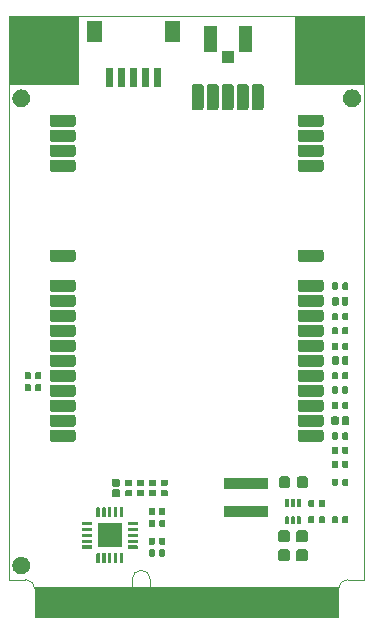
<source format=gbr>
G04 #@! TF.GenerationSoftware,KiCad,Pcbnew,(5.1.6)-1*
G04 #@! TF.CreationDate,2020-07-22T16:21:09+02:00*
G04 #@! TF.ProjectId,BRD-00008-X01,4252442d-3030-4303-9038-2d5830312e6b,X01*
G04 #@! TF.SameCoordinates,Original*
G04 #@! TF.FileFunction,Soldermask,Top*
G04 #@! TF.FilePolarity,Negative*
%FSLAX46Y46*%
G04 Gerber Fmt 4.6, Leading zero omitted, Abs format (unit mm)*
G04 Created by KiCad (PCBNEW (5.1.6)-1) date 2020-07-22 16:21:09*
%MOMM*%
%LPD*%
G01*
G04 APERTURE LIST*
%ADD10C,0.100000*%
G04 #@! TA.AperFunction,Profile*
%ADD11C,0.010000*%
G04 #@! TD*
G04 APERTURE END LIST*
D10*
G36*
X139300000Y-85300000D02*
G01*
X133500000Y-85300000D01*
X133500000Y-79500000D01*
X139300000Y-79500000D01*
X139300000Y-85300000D01*
G37*
X139300000Y-85300000D02*
X133500000Y-85300000D01*
X133500000Y-79500000D01*
X139300000Y-79500000D01*
X139300000Y-85300000D01*
G36*
X163500000Y-85300000D02*
G01*
X157700000Y-85300000D01*
X157700000Y-79500000D01*
X163500000Y-79500000D01*
X163500000Y-85300000D01*
G37*
X163500000Y-85300000D02*
X157700000Y-85300000D01*
X157700000Y-79500000D01*
X163500000Y-79500000D01*
X163500000Y-85300000D01*
D11*
X135650000Y-130450000D02*
X135650000Y-128050000D01*
X135650000Y-130450000D02*
X143900000Y-130450000D01*
X143900000Y-130450000D02*
X143900000Y-127200000D01*
X145400000Y-130450000D02*
X145400000Y-127200000D01*
X163500000Y-127250000D02*
X163500000Y-79500000D01*
X162150000Y-127250000D02*
X163500000Y-127250000D01*
X145400000Y-130450000D02*
X161350000Y-130450000D01*
X161350000Y-130450000D02*
X161350000Y-128050000D01*
X162150000Y-127250000D02*
G75*
G03*
X161350000Y-128050000I0J-800000D01*
G01*
X144650000Y-126450000D02*
G75*
G03*
X143900000Y-127200000I0J-750000D01*
G01*
X145400000Y-127200000D02*
G75*
G03*
X144650000Y-126450000I-750000J0D01*
G01*
X135650000Y-128050000D02*
G75*
G03*
X134850000Y-127250000I-800000J0D01*
G01*
X133500000Y-127250000D02*
X134850000Y-127250000D01*
X133500000Y-79500000D02*
X133500000Y-127250000D01*
X133500000Y-79500000D02*
X163500000Y-79500000D01*
D10*
G36*
X135650000Y-130450000D02*
G01*
X161350000Y-130450000D01*
X161350000Y-127850000D01*
X135650000Y-127850000D01*
X135650000Y-130450000D01*
G37*
X135650000Y-130450000D02*
X161350000Y-130450000D01*
X161350000Y-127850000D01*
X135650000Y-127850000D01*
X135650000Y-130450000D01*
G36*
X134646318Y-125314411D02*
G01*
X134718767Y-125328822D01*
X134758744Y-125345381D01*
X134855258Y-125385358D01*
X134966967Y-125460000D01*
X134978097Y-125467437D01*
X135082563Y-125571903D01*
X135082565Y-125571906D01*
X135164642Y-125694742D01*
X135204619Y-125791256D01*
X135221178Y-125831233D01*
X135223386Y-125842332D01*
X135250000Y-125976130D01*
X135250000Y-126123870D01*
X135221178Y-126268766D01*
X135164642Y-126405258D01*
X135082935Y-126527541D01*
X135082563Y-126528097D01*
X134978097Y-126632563D01*
X134978094Y-126632565D01*
X134855258Y-126714642D01*
X134758744Y-126754619D01*
X134718767Y-126771178D01*
X134646318Y-126785589D01*
X134573870Y-126800000D01*
X134426130Y-126800000D01*
X134353682Y-126785589D01*
X134281233Y-126771178D01*
X134241256Y-126754619D01*
X134144742Y-126714642D01*
X134021906Y-126632565D01*
X134021903Y-126632563D01*
X133917437Y-126528097D01*
X133917065Y-126527541D01*
X133835358Y-126405258D01*
X133778822Y-126268766D01*
X133750000Y-126123870D01*
X133750000Y-125976130D01*
X133776614Y-125842332D01*
X133778822Y-125831233D01*
X133795381Y-125791256D01*
X133835358Y-125694742D01*
X133917435Y-125571906D01*
X133917437Y-125571903D01*
X134021903Y-125467437D01*
X134033033Y-125460000D01*
X134144742Y-125385358D01*
X134241256Y-125345381D01*
X134281233Y-125328822D01*
X134353682Y-125314411D01*
X134426130Y-125300000D01*
X134573870Y-125300000D01*
X134646318Y-125314411D01*
G37*
G36*
X143094107Y-125006165D02*
G01*
X143103597Y-125009043D01*
X143112332Y-125013712D01*
X143119997Y-125020003D01*
X143126288Y-125027668D01*
X143130957Y-125036403D01*
X143133835Y-125045893D01*
X143135000Y-125057717D01*
X143135000Y-125812283D01*
X143133835Y-125824107D01*
X143130957Y-125833597D01*
X143126288Y-125842332D01*
X143119997Y-125849997D01*
X143112332Y-125856288D01*
X143103597Y-125860957D01*
X143094107Y-125863835D01*
X143082283Y-125865000D01*
X142917717Y-125865000D01*
X142905893Y-125863835D01*
X142896403Y-125860957D01*
X142887668Y-125856288D01*
X142880003Y-125849997D01*
X142873712Y-125842332D01*
X142869043Y-125833597D01*
X142866165Y-125824107D01*
X142865000Y-125812283D01*
X142865000Y-125057717D01*
X142866165Y-125045893D01*
X142869043Y-125036403D01*
X142873712Y-125027668D01*
X142880003Y-125020003D01*
X142887668Y-125013712D01*
X142896403Y-125009043D01*
X142905893Y-125006165D01*
X142917717Y-125005000D01*
X143082283Y-125005000D01*
X143094107Y-125006165D01*
G37*
G36*
X141094107Y-125006165D02*
G01*
X141103597Y-125009043D01*
X141112332Y-125013712D01*
X141119997Y-125020003D01*
X141126288Y-125027668D01*
X141130957Y-125036403D01*
X141133835Y-125045893D01*
X141135000Y-125057717D01*
X141135000Y-125812283D01*
X141133835Y-125824107D01*
X141130957Y-125833597D01*
X141126288Y-125842332D01*
X141119997Y-125849997D01*
X141112332Y-125856288D01*
X141103597Y-125860957D01*
X141094107Y-125863835D01*
X141082283Y-125865000D01*
X140917717Y-125865000D01*
X140905893Y-125863835D01*
X140896403Y-125860957D01*
X140887668Y-125856288D01*
X140880003Y-125849997D01*
X140873712Y-125842332D01*
X140869043Y-125833597D01*
X140866165Y-125824107D01*
X140865000Y-125812283D01*
X140865000Y-125057717D01*
X140866165Y-125045893D01*
X140869043Y-125036403D01*
X140873712Y-125027668D01*
X140880003Y-125020003D01*
X140887668Y-125013712D01*
X140896403Y-125009043D01*
X140905893Y-125006165D01*
X140917717Y-125005000D01*
X141082283Y-125005000D01*
X141094107Y-125006165D01*
G37*
G36*
X141594107Y-125006165D02*
G01*
X141603597Y-125009043D01*
X141612332Y-125013712D01*
X141619997Y-125020003D01*
X141626288Y-125027668D01*
X141630957Y-125036403D01*
X141633835Y-125045893D01*
X141635000Y-125057717D01*
X141635000Y-125812283D01*
X141633835Y-125824107D01*
X141630957Y-125833597D01*
X141626288Y-125842332D01*
X141619997Y-125849997D01*
X141612332Y-125856288D01*
X141603597Y-125860957D01*
X141594107Y-125863835D01*
X141582283Y-125865000D01*
X141417717Y-125865000D01*
X141405893Y-125863835D01*
X141396403Y-125860957D01*
X141387668Y-125856288D01*
X141380003Y-125849997D01*
X141373712Y-125842332D01*
X141369043Y-125833597D01*
X141366165Y-125824107D01*
X141365000Y-125812283D01*
X141365000Y-125057717D01*
X141366165Y-125045893D01*
X141369043Y-125036403D01*
X141373712Y-125027668D01*
X141380003Y-125020003D01*
X141387668Y-125013712D01*
X141396403Y-125009043D01*
X141405893Y-125006165D01*
X141417717Y-125005000D01*
X141582283Y-125005000D01*
X141594107Y-125006165D01*
G37*
G36*
X142594107Y-125006165D02*
G01*
X142603597Y-125009043D01*
X142612332Y-125013712D01*
X142619997Y-125020003D01*
X142626288Y-125027668D01*
X142630957Y-125036403D01*
X142633835Y-125045893D01*
X142635000Y-125057717D01*
X142635000Y-125812283D01*
X142633835Y-125824107D01*
X142630957Y-125833597D01*
X142626288Y-125842332D01*
X142619997Y-125849997D01*
X142612332Y-125856288D01*
X142603597Y-125860957D01*
X142594107Y-125863835D01*
X142582283Y-125865000D01*
X142417717Y-125865000D01*
X142405893Y-125863835D01*
X142396403Y-125860957D01*
X142387668Y-125856288D01*
X142380003Y-125849997D01*
X142373712Y-125842332D01*
X142369043Y-125833597D01*
X142366165Y-125824107D01*
X142365000Y-125812283D01*
X142365000Y-125057717D01*
X142366165Y-125045893D01*
X142369043Y-125036403D01*
X142373712Y-125027668D01*
X142380003Y-125020003D01*
X142387668Y-125013712D01*
X142396403Y-125009043D01*
X142405893Y-125006165D01*
X142417717Y-125005000D01*
X142582283Y-125005000D01*
X142594107Y-125006165D01*
G37*
G36*
X142094107Y-125006165D02*
G01*
X142103597Y-125009043D01*
X142112332Y-125013712D01*
X142119997Y-125020003D01*
X142126288Y-125027668D01*
X142130957Y-125036403D01*
X142133835Y-125045893D01*
X142135000Y-125057717D01*
X142135000Y-125812283D01*
X142133835Y-125824107D01*
X142130957Y-125833597D01*
X142126288Y-125842332D01*
X142119997Y-125849997D01*
X142112332Y-125856288D01*
X142103597Y-125860957D01*
X142094107Y-125863835D01*
X142082283Y-125865000D01*
X141917717Y-125865000D01*
X141905893Y-125863835D01*
X141896403Y-125860957D01*
X141887668Y-125856288D01*
X141880003Y-125849997D01*
X141873712Y-125842332D01*
X141869043Y-125833597D01*
X141866165Y-125824107D01*
X141865000Y-125812283D01*
X141865000Y-125057717D01*
X141866165Y-125045893D01*
X141869043Y-125036403D01*
X141873712Y-125027668D01*
X141880003Y-125020003D01*
X141887668Y-125013712D01*
X141896403Y-125009043D01*
X141905893Y-125006165D01*
X141917717Y-125005000D01*
X142082283Y-125005000D01*
X142094107Y-125006165D01*
G37*
G36*
X158574830Y-124694609D02*
G01*
X158617943Y-124707686D01*
X158657673Y-124728923D01*
X158692497Y-124757503D01*
X158721077Y-124792327D01*
X158742314Y-124832057D01*
X158755391Y-124875170D01*
X158760000Y-124921961D01*
X158760000Y-125478039D01*
X158755391Y-125524830D01*
X158742314Y-125567943D01*
X158721077Y-125607673D01*
X158692497Y-125642497D01*
X158657673Y-125671077D01*
X158617943Y-125692314D01*
X158574830Y-125705391D01*
X158528039Y-125710000D01*
X157991961Y-125710000D01*
X157945170Y-125705391D01*
X157902057Y-125692314D01*
X157862327Y-125671077D01*
X157827503Y-125642497D01*
X157798923Y-125607673D01*
X157777686Y-125567943D01*
X157764609Y-125524830D01*
X157760000Y-125478039D01*
X157760000Y-124921961D01*
X157764609Y-124875170D01*
X157777686Y-124832057D01*
X157798923Y-124792327D01*
X157827503Y-124757503D01*
X157862327Y-124728923D01*
X157902057Y-124707686D01*
X157945170Y-124694609D01*
X157991961Y-124690000D01*
X158528039Y-124690000D01*
X158574830Y-124694609D01*
G37*
G36*
X157054830Y-124694609D02*
G01*
X157097943Y-124707686D01*
X157137673Y-124728923D01*
X157172497Y-124757503D01*
X157201077Y-124792327D01*
X157222314Y-124832057D01*
X157235391Y-124875170D01*
X157240000Y-124921961D01*
X157240000Y-125478039D01*
X157235391Y-125524830D01*
X157222314Y-125567943D01*
X157201077Y-125607673D01*
X157172497Y-125642497D01*
X157137673Y-125671077D01*
X157097943Y-125692314D01*
X157054830Y-125705391D01*
X157008039Y-125710000D01*
X156471961Y-125710000D01*
X156425170Y-125705391D01*
X156382057Y-125692314D01*
X156342327Y-125671077D01*
X156307503Y-125642497D01*
X156278923Y-125607673D01*
X156257686Y-125567943D01*
X156244609Y-125524830D01*
X156240000Y-125478039D01*
X156240000Y-124921961D01*
X156244609Y-124875170D01*
X156257686Y-124832057D01*
X156278923Y-124792327D01*
X156307503Y-124757503D01*
X156342327Y-124728923D01*
X156382057Y-124707686D01*
X156425170Y-124694609D01*
X156471961Y-124690000D01*
X157008039Y-124690000D01*
X157054830Y-124694609D01*
G37*
G36*
X145742756Y-124702510D02*
G01*
X145765374Y-124709371D01*
X145786219Y-124720513D01*
X145804491Y-124735509D01*
X145819487Y-124753781D01*
X145830629Y-124774626D01*
X145837490Y-124797244D01*
X145840000Y-124822726D01*
X145840000Y-125177274D01*
X145837490Y-125202756D01*
X145830629Y-125225374D01*
X145819487Y-125246219D01*
X145804491Y-125264491D01*
X145786219Y-125279487D01*
X145765374Y-125290629D01*
X145742756Y-125297490D01*
X145717274Y-125300000D01*
X145422726Y-125300000D01*
X145397244Y-125297490D01*
X145374626Y-125290629D01*
X145353781Y-125279487D01*
X145335509Y-125264491D01*
X145320513Y-125246219D01*
X145309371Y-125225374D01*
X145302510Y-125202756D01*
X145300000Y-125177274D01*
X145300000Y-124822726D01*
X145302510Y-124797244D01*
X145309371Y-124774626D01*
X145320513Y-124753781D01*
X145335509Y-124735509D01*
X145353781Y-124720513D01*
X145374626Y-124709371D01*
X145397244Y-124702510D01*
X145422726Y-124700000D01*
X145717274Y-124700000D01*
X145742756Y-124702510D01*
G37*
G36*
X146602756Y-124702510D02*
G01*
X146625374Y-124709371D01*
X146646219Y-124720513D01*
X146664491Y-124735509D01*
X146679487Y-124753781D01*
X146690629Y-124774626D01*
X146697490Y-124797244D01*
X146700000Y-124822726D01*
X146700000Y-125177274D01*
X146697490Y-125202756D01*
X146690629Y-125225374D01*
X146679487Y-125246219D01*
X146664491Y-125264491D01*
X146646219Y-125279487D01*
X146625374Y-125290629D01*
X146602756Y-125297490D01*
X146577274Y-125300000D01*
X146282726Y-125300000D01*
X146257244Y-125297490D01*
X146234626Y-125290629D01*
X146213781Y-125279487D01*
X146195509Y-125264491D01*
X146180513Y-125246219D01*
X146169371Y-125225374D01*
X146162510Y-125202756D01*
X146160000Y-125177274D01*
X146160000Y-124822726D01*
X146162510Y-124797244D01*
X146169371Y-124774626D01*
X146180513Y-124753781D01*
X146195509Y-124735509D01*
X146213781Y-124720513D01*
X146234626Y-124709371D01*
X146257244Y-124702510D01*
X146282726Y-124700000D01*
X146577274Y-124700000D01*
X146602756Y-124702510D01*
G37*
G36*
X144324107Y-124366165D02*
G01*
X144333597Y-124369043D01*
X144342332Y-124373712D01*
X144349997Y-124380003D01*
X144356288Y-124387668D01*
X144360957Y-124396403D01*
X144363835Y-124405893D01*
X144365000Y-124417717D01*
X144365000Y-124582283D01*
X144363835Y-124594107D01*
X144360957Y-124603597D01*
X144356288Y-124612332D01*
X144349997Y-124619997D01*
X144342332Y-124626288D01*
X144333597Y-124630957D01*
X144324107Y-124633835D01*
X144312283Y-124635000D01*
X143557717Y-124635000D01*
X143545893Y-124633835D01*
X143536403Y-124630957D01*
X143527668Y-124626288D01*
X143520003Y-124619997D01*
X143513712Y-124612332D01*
X143509043Y-124603597D01*
X143506165Y-124594107D01*
X143505000Y-124582283D01*
X143505000Y-124417717D01*
X143506165Y-124405893D01*
X143509043Y-124396403D01*
X143513712Y-124387668D01*
X143520003Y-124380003D01*
X143527668Y-124373712D01*
X143536403Y-124369043D01*
X143545893Y-124366165D01*
X143557717Y-124365000D01*
X144312283Y-124365000D01*
X144324107Y-124366165D01*
G37*
G36*
X140454107Y-124366165D02*
G01*
X140463597Y-124369043D01*
X140472332Y-124373712D01*
X140479997Y-124380003D01*
X140486288Y-124387668D01*
X140490957Y-124396403D01*
X140493835Y-124405893D01*
X140495000Y-124417717D01*
X140495000Y-124582283D01*
X140493835Y-124594107D01*
X140490957Y-124603597D01*
X140486288Y-124612332D01*
X140479997Y-124619997D01*
X140472332Y-124626288D01*
X140463597Y-124630957D01*
X140454107Y-124633835D01*
X140442283Y-124635000D01*
X139687717Y-124635000D01*
X139675893Y-124633835D01*
X139666403Y-124630957D01*
X139657668Y-124626288D01*
X139650003Y-124619997D01*
X139643712Y-124612332D01*
X139639043Y-124603597D01*
X139636165Y-124594107D01*
X139635000Y-124582283D01*
X139635000Y-124417717D01*
X139636165Y-124405893D01*
X139639043Y-124396403D01*
X139643712Y-124387668D01*
X139650003Y-124380003D01*
X139657668Y-124373712D01*
X139666403Y-124369043D01*
X139675893Y-124366165D01*
X139687717Y-124365000D01*
X140442283Y-124365000D01*
X140454107Y-124366165D01*
G37*
G36*
X143000000Y-124500000D02*
G01*
X141000000Y-124500000D01*
X141000000Y-122500000D01*
X143000000Y-122500000D01*
X143000000Y-124500000D01*
G37*
G36*
X145721104Y-123702311D02*
G01*
X145741782Y-123708583D01*
X145760830Y-123718764D01*
X145777530Y-123732470D01*
X145791236Y-123749170D01*
X145801417Y-123768218D01*
X145807689Y-123788896D01*
X145810000Y-123812353D01*
X145810000Y-124187647D01*
X145807689Y-124211104D01*
X145801417Y-124231782D01*
X145791236Y-124250830D01*
X145777530Y-124267530D01*
X145760830Y-124281236D01*
X145741782Y-124291417D01*
X145721104Y-124297689D01*
X145697647Y-124300000D01*
X145412353Y-124300000D01*
X145388896Y-124297689D01*
X145368218Y-124291417D01*
X145349170Y-124281236D01*
X145332470Y-124267530D01*
X145318764Y-124250830D01*
X145308583Y-124231782D01*
X145302311Y-124211104D01*
X145300000Y-124187647D01*
X145300000Y-123812353D01*
X145302311Y-123788896D01*
X145308583Y-123768218D01*
X145318764Y-123749170D01*
X145332470Y-123732470D01*
X145349170Y-123718764D01*
X145368218Y-123708583D01*
X145388896Y-123702311D01*
X145412353Y-123700000D01*
X145697647Y-123700000D01*
X145721104Y-123702311D01*
G37*
G36*
X146611104Y-123702311D02*
G01*
X146631782Y-123708583D01*
X146650830Y-123718764D01*
X146667530Y-123732470D01*
X146681236Y-123749170D01*
X146691417Y-123768218D01*
X146697689Y-123788896D01*
X146700000Y-123812353D01*
X146700000Y-124187647D01*
X146697689Y-124211104D01*
X146691417Y-124231782D01*
X146681236Y-124250830D01*
X146667530Y-124267530D01*
X146650830Y-124281236D01*
X146631782Y-124291417D01*
X146611104Y-124297689D01*
X146587647Y-124300000D01*
X146302353Y-124300000D01*
X146278896Y-124297689D01*
X146258218Y-124291417D01*
X146239170Y-124281236D01*
X146222470Y-124267530D01*
X146208764Y-124250830D01*
X146198583Y-124231782D01*
X146192311Y-124211104D01*
X146190000Y-124187647D01*
X146190000Y-123812353D01*
X146192311Y-123788896D01*
X146198583Y-123768218D01*
X146208764Y-123749170D01*
X146222470Y-123732470D01*
X146239170Y-123718764D01*
X146258218Y-123708583D01*
X146278896Y-123702311D01*
X146302353Y-123700000D01*
X146587647Y-123700000D01*
X146611104Y-123702311D01*
G37*
G36*
X144324107Y-123866165D02*
G01*
X144333597Y-123869043D01*
X144342332Y-123873712D01*
X144349997Y-123880003D01*
X144356288Y-123887668D01*
X144360957Y-123896403D01*
X144363835Y-123905893D01*
X144365000Y-123917717D01*
X144365000Y-124082283D01*
X144363835Y-124094107D01*
X144360957Y-124103597D01*
X144356288Y-124112332D01*
X144349997Y-124119997D01*
X144342332Y-124126288D01*
X144333597Y-124130957D01*
X144324107Y-124133835D01*
X144312283Y-124135000D01*
X143557717Y-124135000D01*
X143545893Y-124133835D01*
X143536403Y-124130957D01*
X143527668Y-124126288D01*
X143520003Y-124119997D01*
X143513712Y-124112332D01*
X143509043Y-124103597D01*
X143506165Y-124094107D01*
X143505000Y-124082283D01*
X143505000Y-123917717D01*
X143506165Y-123905893D01*
X143509043Y-123896403D01*
X143513712Y-123887668D01*
X143520003Y-123880003D01*
X143527668Y-123873712D01*
X143536403Y-123869043D01*
X143545893Y-123866165D01*
X143557717Y-123865000D01*
X144312283Y-123865000D01*
X144324107Y-123866165D01*
G37*
G36*
X140454107Y-123866165D02*
G01*
X140463597Y-123869043D01*
X140472332Y-123873712D01*
X140479997Y-123880003D01*
X140486288Y-123887668D01*
X140490957Y-123896403D01*
X140493835Y-123905893D01*
X140495000Y-123917717D01*
X140495000Y-124082283D01*
X140493835Y-124094107D01*
X140490957Y-124103597D01*
X140486288Y-124112332D01*
X140479997Y-124119997D01*
X140472332Y-124126288D01*
X140463597Y-124130957D01*
X140454107Y-124133835D01*
X140442283Y-124135000D01*
X139687717Y-124135000D01*
X139675893Y-124133835D01*
X139666403Y-124130957D01*
X139657668Y-124126288D01*
X139650003Y-124119997D01*
X139643712Y-124112332D01*
X139639043Y-124103597D01*
X139636165Y-124094107D01*
X139635000Y-124082283D01*
X139635000Y-123917717D01*
X139636165Y-123905893D01*
X139639043Y-123896403D01*
X139643712Y-123887668D01*
X139650003Y-123880003D01*
X139657668Y-123873712D01*
X139666403Y-123869043D01*
X139675893Y-123866165D01*
X139687717Y-123865000D01*
X140442283Y-123865000D01*
X140454107Y-123866165D01*
G37*
G36*
X157054830Y-123094609D02*
G01*
X157097943Y-123107686D01*
X157137673Y-123128923D01*
X157172497Y-123157503D01*
X157201077Y-123192327D01*
X157222314Y-123232057D01*
X157235391Y-123275170D01*
X157240000Y-123321961D01*
X157240000Y-123878039D01*
X157235391Y-123924830D01*
X157222314Y-123967943D01*
X157201077Y-124007673D01*
X157172497Y-124042497D01*
X157137673Y-124071077D01*
X157097943Y-124092314D01*
X157054830Y-124105391D01*
X157008039Y-124110000D01*
X156471961Y-124110000D01*
X156425170Y-124105391D01*
X156382057Y-124092314D01*
X156342327Y-124071077D01*
X156307503Y-124042497D01*
X156278923Y-124007673D01*
X156257686Y-123967943D01*
X156244609Y-123924830D01*
X156240000Y-123878039D01*
X156240000Y-123321961D01*
X156244609Y-123275170D01*
X156257686Y-123232057D01*
X156278923Y-123192327D01*
X156307503Y-123157503D01*
X156342327Y-123128923D01*
X156382057Y-123107686D01*
X156425170Y-123094609D01*
X156471961Y-123090000D01*
X157008039Y-123090000D01*
X157054830Y-123094609D01*
G37*
G36*
X158574830Y-123094609D02*
G01*
X158617943Y-123107686D01*
X158657673Y-123128923D01*
X158692497Y-123157503D01*
X158721077Y-123192327D01*
X158742314Y-123232057D01*
X158755391Y-123275170D01*
X158760000Y-123321961D01*
X158760000Y-123878039D01*
X158755391Y-123924830D01*
X158742314Y-123967943D01*
X158721077Y-124007673D01*
X158692497Y-124042497D01*
X158657673Y-124071077D01*
X158617943Y-124092314D01*
X158574830Y-124105391D01*
X158528039Y-124110000D01*
X157991961Y-124110000D01*
X157945170Y-124105391D01*
X157902057Y-124092314D01*
X157862327Y-124071077D01*
X157827503Y-124042497D01*
X157798923Y-124007673D01*
X157777686Y-123967943D01*
X157764609Y-123924830D01*
X157760000Y-123878039D01*
X157760000Y-123321961D01*
X157764609Y-123275170D01*
X157777686Y-123232057D01*
X157798923Y-123192327D01*
X157827503Y-123157503D01*
X157862327Y-123128923D01*
X157902057Y-123107686D01*
X157945170Y-123094609D01*
X157991961Y-123090000D01*
X158528039Y-123090000D01*
X158574830Y-123094609D01*
G37*
G36*
X140454107Y-123366165D02*
G01*
X140463597Y-123369043D01*
X140472332Y-123373712D01*
X140479997Y-123380003D01*
X140486288Y-123387668D01*
X140490957Y-123396403D01*
X140493835Y-123405893D01*
X140495000Y-123417717D01*
X140495000Y-123582283D01*
X140493835Y-123594107D01*
X140490957Y-123603597D01*
X140486288Y-123612332D01*
X140479997Y-123619997D01*
X140472332Y-123626288D01*
X140463597Y-123630957D01*
X140454107Y-123633835D01*
X140442283Y-123635000D01*
X139687717Y-123635000D01*
X139675893Y-123633835D01*
X139666403Y-123630957D01*
X139657668Y-123626288D01*
X139650003Y-123619997D01*
X139643712Y-123612332D01*
X139639043Y-123603597D01*
X139636165Y-123594107D01*
X139635000Y-123582283D01*
X139635000Y-123417717D01*
X139636165Y-123405893D01*
X139639043Y-123396403D01*
X139643712Y-123387668D01*
X139650003Y-123380003D01*
X139657668Y-123373712D01*
X139666403Y-123369043D01*
X139675893Y-123366165D01*
X139687717Y-123365000D01*
X140442283Y-123365000D01*
X140454107Y-123366165D01*
G37*
G36*
X144324107Y-123366165D02*
G01*
X144333597Y-123369043D01*
X144342332Y-123373712D01*
X144349997Y-123380003D01*
X144356288Y-123387668D01*
X144360957Y-123396403D01*
X144363835Y-123405893D01*
X144365000Y-123417717D01*
X144365000Y-123582283D01*
X144363835Y-123594107D01*
X144360957Y-123603597D01*
X144356288Y-123612332D01*
X144349997Y-123619997D01*
X144342332Y-123626288D01*
X144333597Y-123630957D01*
X144324107Y-123633835D01*
X144312283Y-123635000D01*
X143557717Y-123635000D01*
X143545893Y-123633835D01*
X143536403Y-123630957D01*
X143527668Y-123626288D01*
X143520003Y-123619997D01*
X143513712Y-123612332D01*
X143509043Y-123603597D01*
X143506165Y-123594107D01*
X143505000Y-123582283D01*
X143505000Y-123417717D01*
X143506165Y-123405893D01*
X143509043Y-123396403D01*
X143513712Y-123387668D01*
X143520003Y-123380003D01*
X143527668Y-123373712D01*
X143536403Y-123369043D01*
X143545893Y-123366165D01*
X143557717Y-123365000D01*
X144312283Y-123365000D01*
X144324107Y-123366165D01*
G37*
G36*
X140454107Y-122866165D02*
G01*
X140463597Y-122869043D01*
X140472332Y-122873712D01*
X140479997Y-122880003D01*
X140486288Y-122887668D01*
X140490957Y-122896403D01*
X140493835Y-122905893D01*
X140495000Y-122917717D01*
X140495000Y-123082283D01*
X140493835Y-123094107D01*
X140490957Y-123103597D01*
X140486288Y-123112332D01*
X140479997Y-123119997D01*
X140472332Y-123126288D01*
X140463597Y-123130957D01*
X140454107Y-123133835D01*
X140442283Y-123135000D01*
X139687717Y-123135000D01*
X139675893Y-123133835D01*
X139666403Y-123130957D01*
X139657668Y-123126288D01*
X139650003Y-123119997D01*
X139643712Y-123112332D01*
X139639043Y-123103597D01*
X139636165Y-123094107D01*
X139635000Y-123082283D01*
X139635000Y-122917717D01*
X139636165Y-122905893D01*
X139639043Y-122896403D01*
X139643712Y-122887668D01*
X139650003Y-122880003D01*
X139657668Y-122873712D01*
X139666403Y-122869043D01*
X139675893Y-122866165D01*
X139687717Y-122865000D01*
X140442283Y-122865000D01*
X140454107Y-122866165D01*
G37*
G36*
X144324107Y-122866165D02*
G01*
X144333597Y-122869043D01*
X144342332Y-122873712D01*
X144349997Y-122880003D01*
X144356288Y-122887668D01*
X144360957Y-122896403D01*
X144363835Y-122905893D01*
X144365000Y-122917717D01*
X144365000Y-123082283D01*
X144363835Y-123094107D01*
X144360957Y-123103597D01*
X144356288Y-123112332D01*
X144349997Y-123119997D01*
X144342332Y-123126288D01*
X144333597Y-123130957D01*
X144324107Y-123133835D01*
X144312283Y-123135000D01*
X143557717Y-123135000D01*
X143545893Y-123133835D01*
X143536403Y-123130957D01*
X143527668Y-123126288D01*
X143520003Y-123119997D01*
X143513712Y-123112332D01*
X143509043Y-123103597D01*
X143506165Y-123094107D01*
X143505000Y-123082283D01*
X143505000Y-122917717D01*
X143506165Y-122905893D01*
X143509043Y-122896403D01*
X143513712Y-122887668D01*
X143520003Y-122880003D01*
X143527668Y-122873712D01*
X143536403Y-122869043D01*
X143545893Y-122866165D01*
X143557717Y-122865000D01*
X144312283Y-122865000D01*
X144324107Y-122866165D01*
G37*
G36*
X146611104Y-122202311D02*
G01*
X146631782Y-122208583D01*
X146650830Y-122218764D01*
X146667530Y-122232470D01*
X146681236Y-122249170D01*
X146691417Y-122268218D01*
X146697689Y-122288896D01*
X146700000Y-122312353D01*
X146700000Y-122687647D01*
X146697689Y-122711104D01*
X146691417Y-122731782D01*
X146681236Y-122750830D01*
X146667530Y-122767530D01*
X146650830Y-122781236D01*
X146631782Y-122791417D01*
X146611104Y-122797689D01*
X146587647Y-122800000D01*
X146302353Y-122800000D01*
X146278896Y-122797689D01*
X146258218Y-122791417D01*
X146239170Y-122781236D01*
X146222470Y-122767530D01*
X146208764Y-122750830D01*
X146198583Y-122731782D01*
X146192311Y-122711104D01*
X146190000Y-122687647D01*
X146190000Y-122312353D01*
X146192311Y-122288896D01*
X146198583Y-122268218D01*
X146208764Y-122249170D01*
X146222470Y-122232470D01*
X146239170Y-122218764D01*
X146258218Y-122208583D01*
X146278896Y-122202311D01*
X146302353Y-122200000D01*
X146587647Y-122200000D01*
X146611104Y-122202311D01*
G37*
G36*
X145721104Y-122202311D02*
G01*
X145741782Y-122208583D01*
X145760830Y-122218764D01*
X145777530Y-122232470D01*
X145791236Y-122249170D01*
X145801417Y-122268218D01*
X145807689Y-122288896D01*
X145810000Y-122312353D01*
X145810000Y-122687647D01*
X145807689Y-122711104D01*
X145801417Y-122731782D01*
X145791236Y-122750830D01*
X145777530Y-122767530D01*
X145760830Y-122781236D01*
X145741782Y-122791417D01*
X145721104Y-122797689D01*
X145697647Y-122800000D01*
X145412353Y-122800000D01*
X145388896Y-122797689D01*
X145368218Y-122791417D01*
X145349170Y-122781236D01*
X145332470Y-122767530D01*
X145318764Y-122750830D01*
X145308583Y-122731782D01*
X145302311Y-122711104D01*
X145300000Y-122687647D01*
X145300000Y-122312353D01*
X145302311Y-122288896D01*
X145308583Y-122268218D01*
X145318764Y-122249170D01*
X145332470Y-122232470D01*
X145349170Y-122218764D01*
X145368218Y-122208583D01*
X145388896Y-122202311D01*
X145412353Y-122200000D01*
X145697647Y-122200000D01*
X145721104Y-122202311D01*
G37*
G36*
X140454107Y-122366165D02*
G01*
X140463597Y-122369043D01*
X140472332Y-122373712D01*
X140479997Y-122380003D01*
X140486288Y-122387668D01*
X140490957Y-122396403D01*
X140493835Y-122405893D01*
X140495000Y-122417717D01*
X140495000Y-122582283D01*
X140493835Y-122594107D01*
X140490957Y-122603597D01*
X140486288Y-122612332D01*
X140479997Y-122619997D01*
X140472332Y-122626288D01*
X140463597Y-122630957D01*
X140454107Y-122633835D01*
X140442283Y-122635000D01*
X139687717Y-122635000D01*
X139675893Y-122633835D01*
X139666403Y-122630957D01*
X139657668Y-122626288D01*
X139650003Y-122619997D01*
X139643712Y-122612332D01*
X139639043Y-122603597D01*
X139636165Y-122594107D01*
X139635000Y-122582283D01*
X139635000Y-122417717D01*
X139636165Y-122405893D01*
X139639043Y-122396403D01*
X139643712Y-122387668D01*
X139650003Y-122380003D01*
X139657668Y-122373712D01*
X139666403Y-122369043D01*
X139675893Y-122366165D01*
X139687717Y-122365000D01*
X140442283Y-122365000D01*
X140454107Y-122366165D01*
G37*
G36*
X144324107Y-122366165D02*
G01*
X144333597Y-122369043D01*
X144342332Y-122373712D01*
X144349997Y-122380003D01*
X144356288Y-122387668D01*
X144360957Y-122396403D01*
X144363835Y-122405893D01*
X144365000Y-122417717D01*
X144365000Y-122582283D01*
X144363835Y-122594107D01*
X144360957Y-122603597D01*
X144356288Y-122612332D01*
X144349997Y-122619997D01*
X144342332Y-122626288D01*
X144333597Y-122630957D01*
X144324107Y-122633835D01*
X144312283Y-122635000D01*
X143557717Y-122635000D01*
X143545893Y-122633835D01*
X143536403Y-122630957D01*
X143527668Y-122626288D01*
X143520003Y-122619997D01*
X143513712Y-122612332D01*
X143509043Y-122603597D01*
X143506165Y-122594107D01*
X143505000Y-122582283D01*
X143505000Y-122417717D01*
X143506165Y-122405893D01*
X143509043Y-122396403D01*
X143513712Y-122387668D01*
X143520003Y-122380003D01*
X143527668Y-122373712D01*
X143536403Y-122369043D01*
X143545893Y-122366165D01*
X143557717Y-122365000D01*
X144312283Y-122365000D01*
X144324107Y-122366165D01*
G37*
G36*
X157106169Y-121906354D02*
G01*
X157117503Y-121909792D01*
X157127950Y-121915376D01*
X157137108Y-121922892D01*
X157144624Y-121932050D01*
X157150208Y-121942497D01*
X157153646Y-121953831D01*
X157155000Y-121967580D01*
X157155000Y-122502420D01*
X157153646Y-122516169D01*
X157150208Y-122527503D01*
X157144624Y-122537950D01*
X157137108Y-122547108D01*
X157127950Y-122554624D01*
X157117503Y-122560208D01*
X157106169Y-122563646D01*
X157092420Y-122565000D01*
X156907580Y-122565000D01*
X156893831Y-122563646D01*
X156882497Y-122560208D01*
X156872050Y-122554624D01*
X156862892Y-122547108D01*
X156855376Y-122537950D01*
X156849792Y-122527503D01*
X156846354Y-122516169D01*
X156845000Y-122502420D01*
X156845000Y-121967580D01*
X156846354Y-121953831D01*
X156849792Y-121942497D01*
X156855376Y-121932050D01*
X156862892Y-121922892D01*
X156872050Y-121915376D01*
X156882497Y-121909792D01*
X156893831Y-121906354D01*
X156907580Y-121905000D01*
X157092420Y-121905000D01*
X157106169Y-121906354D01*
G37*
G36*
X158106133Y-121906354D02*
G01*
X158117482Y-121909797D01*
X158127936Y-121915385D01*
X158137097Y-121922903D01*
X158144615Y-121932064D01*
X158150203Y-121942518D01*
X158153646Y-121953867D01*
X158155000Y-121967619D01*
X158155000Y-122502381D01*
X158153646Y-122516133D01*
X158150203Y-122527482D01*
X158144615Y-122537936D01*
X158137097Y-122547097D01*
X158127936Y-122554615D01*
X158117482Y-122560203D01*
X158106133Y-122563646D01*
X158092381Y-122565000D01*
X157907619Y-122565000D01*
X157893867Y-122563646D01*
X157882518Y-122560203D01*
X157872064Y-122554615D01*
X157862903Y-122547097D01*
X157855385Y-122537936D01*
X157849797Y-122527482D01*
X157846354Y-122516133D01*
X157845000Y-122502381D01*
X157845000Y-121967619D01*
X157846354Y-121953867D01*
X157849797Y-121942518D01*
X157855385Y-121932064D01*
X157862903Y-121922903D01*
X157872064Y-121915385D01*
X157882518Y-121909797D01*
X157893867Y-121906354D01*
X157907619Y-121905000D01*
X158092381Y-121905000D01*
X158106133Y-121906354D01*
G37*
G36*
X157606133Y-121906354D02*
G01*
X157617482Y-121909797D01*
X157627936Y-121915385D01*
X157637097Y-121922903D01*
X157644615Y-121932064D01*
X157650203Y-121942518D01*
X157653646Y-121953867D01*
X157655000Y-121967619D01*
X157655000Y-122502381D01*
X157653646Y-122516133D01*
X157650203Y-122527482D01*
X157644615Y-122537936D01*
X157637097Y-122547097D01*
X157627936Y-122554615D01*
X157617482Y-122560203D01*
X157606133Y-122563646D01*
X157592381Y-122565000D01*
X157407619Y-122565000D01*
X157393867Y-122563646D01*
X157382518Y-122560203D01*
X157372064Y-122554615D01*
X157362903Y-122547097D01*
X157355385Y-122537936D01*
X157349797Y-122527482D01*
X157346354Y-122516133D01*
X157345000Y-122502381D01*
X157345000Y-121967619D01*
X157346354Y-121953867D01*
X157349797Y-121942518D01*
X157355385Y-121932064D01*
X157362903Y-121922903D01*
X157372064Y-121915385D01*
X157382518Y-121909797D01*
X157393867Y-121906354D01*
X157407619Y-121905000D01*
X157592381Y-121905000D01*
X157606133Y-121906354D01*
G37*
G36*
X162111104Y-121902311D02*
G01*
X162131782Y-121908583D01*
X162150830Y-121918764D01*
X162167530Y-121932470D01*
X162181236Y-121949170D01*
X162191417Y-121968218D01*
X162197689Y-121988896D01*
X162200000Y-122012353D01*
X162200000Y-122387647D01*
X162197689Y-122411104D01*
X162191417Y-122431782D01*
X162181236Y-122450830D01*
X162167530Y-122467530D01*
X162150830Y-122481236D01*
X162131782Y-122491417D01*
X162111104Y-122497689D01*
X162087647Y-122500000D01*
X161802353Y-122500000D01*
X161778896Y-122497689D01*
X161758218Y-122491417D01*
X161739170Y-122481236D01*
X161722470Y-122467530D01*
X161708764Y-122450830D01*
X161698583Y-122431782D01*
X161692311Y-122411104D01*
X161690000Y-122387647D01*
X161690000Y-122012353D01*
X161692311Y-121988896D01*
X161698583Y-121968218D01*
X161708764Y-121949170D01*
X161722470Y-121932470D01*
X161739170Y-121918764D01*
X161758218Y-121908583D01*
X161778896Y-121902311D01*
X161802353Y-121900000D01*
X162087647Y-121900000D01*
X162111104Y-121902311D01*
G37*
G36*
X161221104Y-121902311D02*
G01*
X161241782Y-121908583D01*
X161260830Y-121918764D01*
X161277530Y-121932470D01*
X161291236Y-121949170D01*
X161301417Y-121968218D01*
X161307689Y-121988896D01*
X161310000Y-122012353D01*
X161310000Y-122387647D01*
X161307689Y-122411104D01*
X161301417Y-122431782D01*
X161291236Y-122450830D01*
X161277530Y-122467530D01*
X161260830Y-122481236D01*
X161241782Y-122491417D01*
X161221104Y-122497689D01*
X161197647Y-122500000D01*
X160912353Y-122500000D01*
X160888896Y-122497689D01*
X160868218Y-122491417D01*
X160849170Y-122481236D01*
X160832470Y-122467530D01*
X160818764Y-122450830D01*
X160808583Y-122431782D01*
X160802311Y-122411104D01*
X160800000Y-122387647D01*
X160800000Y-122012353D01*
X160802311Y-121988896D01*
X160808583Y-121968218D01*
X160818764Y-121949170D01*
X160832470Y-121932470D01*
X160849170Y-121918764D01*
X160868218Y-121908583D01*
X160888896Y-121902311D01*
X160912353Y-121900000D01*
X161197647Y-121900000D01*
X161221104Y-121902311D01*
G37*
G36*
X159221104Y-121902311D02*
G01*
X159241782Y-121908583D01*
X159260830Y-121918764D01*
X159277530Y-121932470D01*
X159291236Y-121949170D01*
X159301417Y-121968218D01*
X159307689Y-121988896D01*
X159310000Y-122012353D01*
X159310000Y-122387647D01*
X159307689Y-122411104D01*
X159301417Y-122431782D01*
X159291236Y-122450830D01*
X159277530Y-122467530D01*
X159260830Y-122481236D01*
X159241782Y-122491417D01*
X159221104Y-122497689D01*
X159197647Y-122500000D01*
X158912353Y-122500000D01*
X158888896Y-122497689D01*
X158868218Y-122491417D01*
X158849170Y-122481236D01*
X158832470Y-122467530D01*
X158818764Y-122450830D01*
X158808583Y-122431782D01*
X158802311Y-122411104D01*
X158800000Y-122387647D01*
X158800000Y-122012353D01*
X158802311Y-121988896D01*
X158808583Y-121968218D01*
X158818764Y-121949170D01*
X158832470Y-121932470D01*
X158849170Y-121918764D01*
X158868218Y-121908583D01*
X158888896Y-121902311D01*
X158912353Y-121900000D01*
X159197647Y-121900000D01*
X159221104Y-121902311D01*
G37*
G36*
X160111104Y-121902311D02*
G01*
X160131782Y-121908583D01*
X160150830Y-121918764D01*
X160167530Y-121932470D01*
X160181236Y-121949170D01*
X160191417Y-121968218D01*
X160197689Y-121988896D01*
X160200000Y-122012353D01*
X160200000Y-122387647D01*
X160197689Y-122411104D01*
X160191417Y-122431782D01*
X160181236Y-122450830D01*
X160167530Y-122467530D01*
X160150830Y-122481236D01*
X160131782Y-122491417D01*
X160111104Y-122497689D01*
X160087647Y-122500000D01*
X159802353Y-122500000D01*
X159778896Y-122497689D01*
X159758218Y-122491417D01*
X159739170Y-122481236D01*
X159722470Y-122467530D01*
X159708764Y-122450830D01*
X159698583Y-122431782D01*
X159692311Y-122411104D01*
X159690000Y-122387647D01*
X159690000Y-122012353D01*
X159692311Y-121988896D01*
X159698583Y-121968218D01*
X159708764Y-121949170D01*
X159722470Y-121932470D01*
X159739170Y-121918764D01*
X159758218Y-121908583D01*
X159778896Y-121902311D01*
X159802353Y-121900000D01*
X160087647Y-121900000D01*
X160111104Y-121902311D01*
G37*
G36*
X141094107Y-121136165D02*
G01*
X141103597Y-121139043D01*
X141112332Y-121143712D01*
X141119997Y-121150003D01*
X141126288Y-121157668D01*
X141130957Y-121166403D01*
X141133835Y-121175893D01*
X141135000Y-121187717D01*
X141135000Y-121942283D01*
X141133835Y-121954107D01*
X141130957Y-121963597D01*
X141126288Y-121972332D01*
X141119997Y-121979997D01*
X141112332Y-121986288D01*
X141103597Y-121990957D01*
X141094107Y-121993835D01*
X141082283Y-121995000D01*
X140917717Y-121995000D01*
X140905893Y-121993835D01*
X140896403Y-121990957D01*
X140887668Y-121986288D01*
X140880003Y-121979997D01*
X140873712Y-121972332D01*
X140869043Y-121963597D01*
X140866165Y-121954107D01*
X140865000Y-121942283D01*
X140865000Y-121187717D01*
X140866165Y-121175893D01*
X140869043Y-121166403D01*
X140873712Y-121157668D01*
X140880003Y-121150003D01*
X140887668Y-121143712D01*
X140896403Y-121139043D01*
X140905893Y-121136165D01*
X140917717Y-121135000D01*
X141082283Y-121135000D01*
X141094107Y-121136165D01*
G37*
G36*
X142594107Y-121136165D02*
G01*
X142603597Y-121139043D01*
X142612332Y-121143712D01*
X142619997Y-121150003D01*
X142626288Y-121157668D01*
X142630957Y-121166403D01*
X142633835Y-121175893D01*
X142635000Y-121187717D01*
X142635000Y-121942283D01*
X142633835Y-121954107D01*
X142630957Y-121963597D01*
X142626288Y-121972332D01*
X142619997Y-121979997D01*
X142612332Y-121986288D01*
X142603597Y-121990957D01*
X142594107Y-121993835D01*
X142582283Y-121995000D01*
X142417717Y-121995000D01*
X142405893Y-121993835D01*
X142396403Y-121990957D01*
X142387668Y-121986288D01*
X142380003Y-121979997D01*
X142373712Y-121972332D01*
X142369043Y-121963597D01*
X142366165Y-121954107D01*
X142365000Y-121942283D01*
X142365000Y-121187717D01*
X142366165Y-121175893D01*
X142369043Y-121166403D01*
X142373712Y-121157668D01*
X142380003Y-121150003D01*
X142387668Y-121143712D01*
X142396403Y-121139043D01*
X142405893Y-121136165D01*
X142417717Y-121135000D01*
X142582283Y-121135000D01*
X142594107Y-121136165D01*
G37*
G36*
X141594107Y-121136165D02*
G01*
X141603597Y-121139043D01*
X141612332Y-121143712D01*
X141619997Y-121150003D01*
X141626288Y-121157668D01*
X141630957Y-121166403D01*
X141633835Y-121175893D01*
X141635000Y-121187717D01*
X141635000Y-121942283D01*
X141633835Y-121954107D01*
X141630957Y-121963597D01*
X141626288Y-121972332D01*
X141619997Y-121979997D01*
X141612332Y-121986288D01*
X141603597Y-121990957D01*
X141594107Y-121993835D01*
X141582283Y-121995000D01*
X141417717Y-121995000D01*
X141405893Y-121993835D01*
X141396403Y-121990957D01*
X141387668Y-121986288D01*
X141380003Y-121979997D01*
X141373712Y-121972332D01*
X141369043Y-121963597D01*
X141366165Y-121954107D01*
X141365000Y-121942283D01*
X141365000Y-121187717D01*
X141366165Y-121175893D01*
X141369043Y-121166403D01*
X141373712Y-121157668D01*
X141380003Y-121150003D01*
X141387668Y-121143712D01*
X141396403Y-121139043D01*
X141405893Y-121136165D01*
X141417717Y-121135000D01*
X141582283Y-121135000D01*
X141594107Y-121136165D01*
G37*
G36*
X142094107Y-121136165D02*
G01*
X142103597Y-121139043D01*
X142112332Y-121143712D01*
X142119997Y-121150003D01*
X142126288Y-121157668D01*
X142130957Y-121166403D01*
X142133835Y-121175893D01*
X142135000Y-121187717D01*
X142135000Y-121942283D01*
X142133835Y-121954107D01*
X142130957Y-121963597D01*
X142126288Y-121972332D01*
X142119997Y-121979997D01*
X142112332Y-121986288D01*
X142103597Y-121990957D01*
X142094107Y-121993835D01*
X142082283Y-121995000D01*
X141917717Y-121995000D01*
X141905893Y-121993835D01*
X141896403Y-121990957D01*
X141887668Y-121986288D01*
X141880003Y-121979997D01*
X141873712Y-121972332D01*
X141869043Y-121963597D01*
X141866165Y-121954107D01*
X141865000Y-121942283D01*
X141865000Y-121187717D01*
X141866165Y-121175893D01*
X141869043Y-121166403D01*
X141873712Y-121157668D01*
X141880003Y-121150003D01*
X141887668Y-121143712D01*
X141896403Y-121139043D01*
X141905893Y-121136165D01*
X141917717Y-121135000D01*
X142082283Y-121135000D01*
X142094107Y-121136165D01*
G37*
G36*
X143094107Y-121136165D02*
G01*
X143103597Y-121139043D01*
X143112332Y-121143712D01*
X143119997Y-121150003D01*
X143126288Y-121157668D01*
X143130957Y-121166403D01*
X143133835Y-121175893D01*
X143135000Y-121187717D01*
X143135000Y-121942283D01*
X143133835Y-121954107D01*
X143130957Y-121963597D01*
X143126288Y-121972332D01*
X143119997Y-121979997D01*
X143112332Y-121986288D01*
X143103597Y-121990957D01*
X143094107Y-121993835D01*
X143082283Y-121995000D01*
X142917717Y-121995000D01*
X142905893Y-121993835D01*
X142896403Y-121990957D01*
X142887668Y-121986288D01*
X142880003Y-121979997D01*
X142873712Y-121972332D01*
X142869043Y-121963597D01*
X142866165Y-121954107D01*
X142865000Y-121942283D01*
X142865000Y-121187717D01*
X142866165Y-121175893D01*
X142869043Y-121166403D01*
X142873712Y-121157668D01*
X142880003Y-121150003D01*
X142887668Y-121143712D01*
X142896403Y-121139043D01*
X142905893Y-121136165D01*
X142917717Y-121135000D01*
X143082283Y-121135000D01*
X143094107Y-121136165D01*
G37*
G36*
X155350000Y-121975000D02*
G01*
X151650000Y-121975000D01*
X151650000Y-120995000D01*
X155350000Y-120995000D01*
X155350000Y-121975000D01*
G37*
G36*
X145742756Y-121202510D02*
G01*
X145765374Y-121209371D01*
X145786219Y-121220513D01*
X145804491Y-121235509D01*
X145819487Y-121253781D01*
X145830629Y-121274626D01*
X145837490Y-121297244D01*
X145840000Y-121322726D01*
X145840000Y-121677274D01*
X145837490Y-121702756D01*
X145830629Y-121725374D01*
X145819487Y-121746219D01*
X145804491Y-121764491D01*
X145786219Y-121779487D01*
X145765374Y-121790629D01*
X145742756Y-121797490D01*
X145717274Y-121800000D01*
X145422726Y-121800000D01*
X145397244Y-121797490D01*
X145374626Y-121790629D01*
X145353781Y-121779487D01*
X145335509Y-121764491D01*
X145320513Y-121746219D01*
X145309371Y-121725374D01*
X145302510Y-121702756D01*
X145300000Y-121677274D01*
X145300000Y-121322726D01*
X145302510Y-121297244D01*
X145309371Y-121274626D01*
X145320513Y-121253781D01*
X145335509Y-121235509D01*
X145353781Y-121220513D01*
X145374626Y-121209371D01*
X145397244Y-121202510D01*
X145422726Y-121200000D01*
X145717274Y-121200000D01*
X145742756Y-121202510D01*
G37*
G36*
X146602756Y-121202510D02*
G01*
X146625374Y-121209371D01*
X146646219Y-121220513D01*
X146664491Y-121235509D01*
X146679487Y-121253781D01*
X146690629Y-121274626D01*
X146697490Y-121297244D01*
X146700000Y-121322726D01*
X146700000Y-121677274D01*
X146697490Y-121702756D01*
X146690629Y-121725374D01*
X146679487Y-121746219D01*
X146664491Y-121764491D01*
X146646219Y-121779487D01*
X146625374Y-121790629D01*
X146602756Y-121797490D01*
X146577274Y-121800000D01*
X146282726Y-121800000D01*
X146257244Y-121797490D01*
X146234626Y-121790629D01*
X146213781Y-121779487D01*
X146195509Y-121764491D01*
X146180513Y-121746219D01*
X146169371Y-121725374D01*
X146162510Y-121702756D01*
X146160000Y-121677274D01*
X146160000Y-121322726D01*
X146162510Y-121297244D01*
X146169371Y-121274626D01*
X146180513Y-121253781D01*
X146195509Y-121235509D01*
X146213781Y-121220513D01*
X146234626Y-121209371D01*
X146257244Y-121202510D01*
X146282726Y-121200000D01*
X146577274Y-121200000D01*
X146602756Y-121202510D01*
G37*
G36*
X159221104Y-120502311D02*
G01*
X159241782Y-120508583D01*
X159260830Y-120518764D01*
X159277530Y-120532470D01*
X159291236Y-120549170D01*
X159301417Y-120568218D01*
X159307689Y-120588896D01*
X159310000Y-120612353D01*
X159310000Y-120987647D01*
X159307689Y-121011104D01*
X159301417Y-121031782D01*
X159291236Y-121050830D01*
X159277530Y-121067530D01*
X159260830Y-121081236D01*
X159241782Y-121091417D01*
X159221104Y-121097689D01*
X159197647Y-121100000D01*
X158912353Y-121100000D01*
X158888896Y-121097689D01*
X158868218Y-121091417D01*
X158849170Y-121081236D01*
X158832470Y-121067530D01*
X158818764Y-121050830D01*
X158808583Y-121031782D01*
X158802311Y-121011104D01*
X158800000Y-120987647D01*
X158800000Y-120612353D01*
X158802311Y-120588896D01*
X158808583Y-120568218D01*
X158818764Y-120549170D01*
X158832470Y-120532470D01*
X158849170Y-120518764D01*
X158868218Y-120508583D01*
X158888896Y-120502311D01*
X158912353Y-120500000D01*
X159197647Y-120500000D01*
X159221104Y-120502311D01*
G37*
G36*
X160111104Y-120502311D02*
G01*
X160131782Y-120508583D01*
X160150830Y-120518764D01*
X160167530Y-120532470D01*
X160181236Y-120549170D01*
X160191417Y-120568218D01*
X160197689Y-120588896D01*
X160200000Y-120612353D01*
X160200000Y-120987647D01*
X160197689Y-121011104D01*
X160191417Y-121031782D01*
X160181236Y-121050830D01*
X160167530Y-121067530D01*
X160150830Y-121081236D01*
X160131782Y-121091417D01*
X160111104Y-121097689D01*
X160087647Y-121100000D01*
X159802353Y-121100000D01*
X159778896Y-121097689D01*
X159758218Y-121091417D01*
X159739170Y-121081236D01*
X159722470Y-121067530D01*
X159708764Y-121050830D01*
X159698583Y-121031782D01*
X159692311Y-121011104D01*
X159690000Y-120987647D01*
X159690000Y-120612353D01*
X159692311Y-120588896D01*
X159698583Y-120568218D01*
X159708764Y-120549170D01*
X159722470Y-120532470D01*
X159739170Y-120518764D01*
X159758218Y-120508583D01*
X159778896Y-120502311D01*
X159802353Y-120500000D01*
X160087647Y-120500000D01*
X160111104Y-120502311D01*
G37*
G36*
X157106169Y-120436354D02*
G01*
X157117503Y-120439792D01*
X157127950Y-120445376D01*
X157137108Y-120452892D01*
X157144624Y-120462050D01*
X157150208Y-120472497D01*
X157153646Y-120483831D01*
X157155000Y-120497580D01*
X157155000Y-121032420D01*
X157153646Y-121046169D01*
X157150208Y-121057503D01*
X157144624Y-121067950D01*
X157137108Y-121077108D01*
X157127950Y-121084624D01*
X157117503Y-121090208D01*
X157106169Y-121093646D01*
X157092420Y-121095000D01*
X156907580Y-121095000D01*
X156893831Y-121093646D01*
X156882497Y-121090208D01*
X156872050Y-121084624D01*
X156862892Y-121077108D01*
X156855376Y-121067950D01*
X156849792Y-121057503D01*
X156846354Y-121046169D01*
X156845000Y-121032420D01*
X156845000Y-120497580D01*
X156846354Y-120483831D01*
X156849792Y-120472497D01*
X156855376Y-120462050D01*
X156862892Y-120452892D01*
X156872050Y-120445376D01*
X156882497Y-120439792D01*
X156893831Y-120436354D01*
X156907580Y-120435000D01*
X157092420Y-120435000D01*
X157106169Y-120436354D01*
G37*
G36*
X157606169Y-120436354D02*
G01*
X157617503Y-120439792D01*
X157627950Y-120445376D01*
X157637108Y-120452892D01*
X157644624Y-120462050D01*
X157650208Y-120472497D01*
X157653646Y-120483831D01*
X157655000Y-120497580D01*
X157655000Y-121032420D01*
X157653646Y-121046169D01*
X157650208Y-121057503D01*
X157644624Y-121067950D01*
X157637108Y-121077108D01*
X157627950Y-121084624D01*
X157617503Y-121090208D01*
X157606169Y-121093646D01*
X157592420Y-121095000D01*
X157407580Y-121095000D01*
X157393831Y-121093646D01*
X157382497Y-121090208D01*
X157372050Y-121084624D01*
X157362892Y-121077108D01*
X157355376Y-121067950D01*
X157349792Y-121057503D01*
X157346354Y-121046169D01*
X157345000Y-121032420D01*
X157345000Y-120497580D01*
X157346354Y-120483831D01*
X157349792Y-120472497D01*
X157355376Y-120462050D01*
X157362892Y-120452892D01*
X157372050Y-120445376D01*
X157382497Y-120439792D01*
X157393831Y-120436354D01*
X157407580Y-120435000D01*
X157592420Y-120435000D01*
X157606169Y-120436354D01*
G37*
G36*
X158106133Y-120436354D02*
G01*
X158117482Y-120439797D01*
X158127936Y-120445385D01*
X158137097Y-120452903D01*
X158144615Y-120462064D01*
X158150203Y-120472518D01*
X158153646Y-120483867D01*
X158155000Y-120497619D01*
X158155000Y-121032381D01*
X158153646Y-121046133D01*
X158150203Y-121057482D01*
X158144615Y-121067936D01*
X158137097Y-121077097D01*
X158127936Y-121084615D01*
X158117482Y-121090203D01*
X158106133Y-121093646D01*
X158092381Y-121095000D01*
X157907619Y-121095000D01*
X157893867Y-121093646D01*
X157882518Y-121090203D01*
X157872064Y-121084615D01*
X157862903Y-121077097D01*
X157855385Y-121067936D01*
X157849797Y-121057482D01*
X157846354Y-121046133D01*
X157845000Y-121032381D01*
X157845000Y-120497619D01*
X157846354Y-120483867D01*
X157849797Y-120472518D01*
X157855385Y-120462064D01*
X157862903Y-120452903D01*
X157872064Y-120445385D01*
X157882518Y-120439797D01*
X157893867Y-120436354D01*
X157907619Y-120435000D01*
X158092381Y-120435000D01*
X158106133Y-120436354D01*
G37*
G36*
X142747271Y-119622880D02*
G01*
X142773504Y-119630837D01*
X142797671Y-119643754D01*
X142818858Y-119661142D01*
X142836246Y-119682329D01*
X142849163Y-119706496D01*
X142857120Y-119732729D01*
X142860000Y-119761962D01*
X142860000Y-120118038D01*
X142857120Y-120147271D01*
X142849163Y-120173504D01*
X142836246Y-120197671D01*
X142818858Y-120218858D01*
X142797671Y-120236246D01*
X142773504Y-120249163D01*
X142747271Y-120257120D01*
X142718038Y-120260000D01*
X142281962Y-120260000D01*
X142252729Y-120257120D01*
X142226496Y-120249163D01*
X142202329Y-120236246D01*
X142181142Y-120218858D01*
X142163754Y-120197671D01*
X142150837Y-120173504D01*
X142142880Y-120147271D01*
X142140000Y-120118038D01*
X142140000Y-119761962D01*
X142142880Y-119732729D01*
X142150837Y-119706496D01*
X142163754Y-119682329D01*
X142181142Y-119661142D01*
X142202329Y-119643754D01*
X142226496Y-119630837D01*
X142252729Y-119622880D01*
X142281962Y-119620000D01*
X142718038Y-119620000D01*
X142747271Y-119622880D01*
G37*
G36*
X145802756Y-119662510D02*
G01*
X145825374Y-119669371D01*
X145846219Y-119680513D01*
X145864491Y-119695509D01*
X145879487Y-119713781D01*
X145890629Y-119734626D01*
X145897490Y-119757244D01*
X145900000Y-119782726D01*
X145900000Y-120077274D01*
X145897490Y-120102756D01*
X145890629Y-120125374D01*
X145879487Y-120146219D01*
X145864491Y-120164491D01*
X145846219Y-120179487D01*
X145825374Y-120190629D01*
X145802756Y-120197490D01*
X145777274Y-120200000D01*
X145422726Y-120200000D01*
X145397244Y-120197490D01*
X145374626Y-120190629D01*
X145353781Y-120179487D01*
X145335509Y-120164491D01*
X145320513Y-120146219D01*
X145309371Y-120125374D01*
X145302510Y-120102756D01*
X145300000Y-120077274D01*
X145300000Y-119782726D01*
X145302510Y-119757244D01*
X145309371Y-119734626D01*
X145320513Y-119713781D01*
X145335509Y-119695509D01*
X145353781Y-119680513D01*
X145374626Y-119669371D01*
X145397244Y-119662510D01*
X145422726Y-119660000D01*
X145777274Y-119660000D01*
X145802756Y-119662510D01*
G37*
G36*
X146811104Y-119692311D02*
G01*
X146831782Y-119698583D01*
X146850830Y-119708764D01*
X146867530Y-119722470D01*
X146881236Y-119739170D01*
X146891417Y-119758218D01*
X146897689Y-119778896D01*
X146900000Y-119802353D01*
X146900000Y-120087647D01*
X146897689Y-120111104D01*
X146891417Y-120131782D01*
X146881236Y-120150830D01*
X146867530Y-120167530D01*
X146850830Y-120181236D01*
X146831782Y-120191417D01*
X146811104Y-120197689D01*
X146787647Y-120200000D01*
X146412353Y-120200000D01*
X146388896Y-120197689D01*
X146368218Y-120191417D01*
X146349170Y-120181236D01*
X146332470Y-120167530D01*
X146318764Y-120150830D01*
X146308583Y-120131782D01*
X146302311Y-120111104D01*
X146300000Y-120087647D01*
X146300000Y-119802353D01*
X146302311Y-119778896D01*
X146308583Y-119758218D01*
X146318764Y-119739170D01*
X146332470Y-119722470D01*
X146349170Y-119708764D01*
X146368218Y-119698583D01*
X146388896Y-119692311D01*
X146412353Y-119690000D01*
X146787647Y-119690000D01*
X146811104Y-119692311D01*
G37*
G36*
X144802756Y-119662510D02*
G01*
X144825374Y-119669371D01*
X144846219Y-119680513D01*
X144864491Y-119695509D01*
X144879487Y-119713781D01*
X144890629Y-119734626D01*
X144897490Y-119757244D01*
X144900000Y-119782726D01*
X144900000Y-120077274D01*
X144897490Y-120102756D01*
X144890629Y-120125374D01*
X144879487Y-120146219D01*
X144864491Y-120164491D01*
X144846219Y-120179487D01*
X144825374Y-120190629D01*
X144802756Y-120197490D01*
X144777274Y-120200000D01*
X144422726Y-120200000D01*
X144397244Y-120197490D01*
X144374626Y-120190629D01*
X144353781Y-120179487D01*
X144335509Y-120164491D01*
X144320513Y-120146219D01*
X144309371Y-120125374D01*
X144302510Y-120102756D01*
X144300000Y-120077274D01*
X144300000Y-119782726D01*
X144302510Y-119757244D01*
X144309371Y-119734626D01*
X144320513Y-119713781D01*
X144335509Y-119695509D01*
X144353781Y-119680513D01*
X144374626Y-119669371D01*
X144397244Y-119662510D01*
X144422726Y-119660000D01*
X144777274Y-119660000D01*
X144802756Y-119662510D01*
G37*
G36*
X143802756Y-119662510D02*
G01*
X143825374Y-119669371D01*
X143846219Y-119680513D01*
X143864491Y-119695509D01*
X143879487Y-119713781D01*
X143890629Y-119734626D01*
X143897490Y-119757244D01*
X143900000Y-119782726D01*
X143900000Y-120077274D01*
X143897490Y-120102756D01*
X143890629Y-120125374D01*
X143879487Y-120146219D01*
X143864491Y-120164491D01*
X143846219Y-120179487D01*
X143825374Y-120190629D01*
X143802756Y-120197490D01*
X143777274Y-120200000D01*
X143422726Y-120200000D01*
X143397244Y-120197490D01*
X143374626Y-120190629D01*
X143353781Y-120179487D01*
X143335509Y-120164491D01*
X143320513Y-120146219D01*
X143309371Y-120125374D01*
X143302510Y-120102756D01*
X143300000Y-120077274D01*
X143300000Y-119782726D01*
X143302510Y-119757244D01*
X143309371Y-119734626D01*
X143320513Y-119713781D01*
X143335509Y-119695509D01*
X143353781Y-119680513D01*
X143374626Y-119669371D01*
X143397244Y-119662510D01*
X143422726Y-119660000D01*
X143777274Y-119660000D01*
X143802756Y-119662510D01*
G37*
G36*
X155350000Y-119605000D02*
G01*
X151650000Y-119605000D01*
X151650000Y-118625000D01*
X155350000Y-118625000D01*
X155350000Y-119605000D01*
G37*
G36*
X157092879Y-118519417D02*
G01*
X157134116Y-118531925D01*
X157172118Y-118552238D01*
X157205426Y-118579574D01*
X157232762Y-118612882D01*
X157253075Y-118650884D01*
X157265583Y-118692121D01*
X157270000Y-118736962D01*
X157270000Y-119263038D01*
X157265583Y-119307879D01*
X157253075Y-119349116D01*
X157232762Y-119387118D01*
X157205426Y-119420426D01*
X157172118Y-119447762D01*
X157134116Y-119468075D01*
X157092879Y-119480583D01*
X157048038Y-119485000D01*
X156531962Y-119485000D01*
X156487121Y-119480583D01*
X156445884Y-119468075D01*
X156407882Y-119447762D01*
X156374574Y-119420426D01*
X156347238Y-119387118D01*
X156326925Y-119349116D01*
X156314417Y-119307879D01*
X156310000Y-119263038D01*
X156310000Y-118736962D01*
X156314417Y-118692121D01*
X156326925Y-118650884D01*
X156347238Y-118612882D01*
X156374574Y-118579574D01*
X156407882Y-118552238D01*
X156445884Y-118531925D01*
X156487121Y-118519417D01*
X156531962Y-118515000D01*
X157048038Y-118515000D01*
X157092879Y-118519417D01*
G37*
G36*
X158602879Y-118519417D02*
G01*
X158644116Y-118531925D01*
X158682118Y-118552238D01*
X158715426Y-118579574D01*
X158742762Y-118612882D01*
X158763075Y-118650884D01*
X158775583Y-118692121D01*
X158780000Y-118736962D01*
X158780000Y-119263038D01*
X158775583Y-119307879D01*
X158763075Y-119349116D01*
X158742762Y-119387118D01*
X158715426Y-119420426D01*
X158682118Y-119447762D01*
X158644116Y-119468075D01*
X158602879Y-119480583D01*
X158558038Y-119485000D01*
X158041962Y-119485000D01*
X157997121Y-119480583D01*
X157955884Y-119468075D01*
X157917882Y-119447762D01*
X157884574Y-119420426D01*
X157857238Y-119387118D01*
X157836925Y-119349116D01*
X157824417Y-119307879D01*
X157820000Y-119263038D01*
X157820000Y-118736962D01*
X157824417Y-118692121D01*
X157836925Y-118650884D01*
X157857238Y-118612882D01*
X157884574Y-118579574D01*
X157917882Y-118552238D01*
X157955884Y-118531925D01*
X157997121Y-118519417D01*
X158041962Y-118515000D01*
X158558038Y-118515000D01*
X158602879Y-118519417D01*
G37*
G36*
X142747271Y-118742880D02*
G01*
X142773504Y-118750837D01*
X142797671Y-118763754D01*
X142818858Y-118781142D01*
X142836246Y-118802329D01*
X142849163Y-118826496D01*
X142857120Y-118852729D01*
X142860000Y-118881962D01*
X142860000Y-119238038D01*
X142857120Y-119267271D01*
X142849163Y-119293504D01*
X142836246Y-119317671D01*
X142818858Y-119338858D01*
X142797671Y-119356246D01*
X142773504Y-119369163D01*
X142747271Y-119377120D01*
X142718038Y-119380000D01*
X142281962Y-119380000D01*
X142252729Y-119377120D01*
X142226496Y-119369163D01*
X142202329Y-119356246D01*
X142181142Y-119338858D01*
X142163754Y-119317671D01*
X142150837Y-119293504D01*
X142142880Y-119267271D01*
X142140000Y-119238038D01*
X142140000Y-118881962D01*
X142142880Y-118852729D01*
X142150837Y-118826496D01*
X142163754Y-118802329D01*
X142181142Y-118781142D01*
X142202329Y-118763754D01*
X142226496Y-118750837D01*
X142252729Y-118742880D01*
X142281962Y-118740000D01*
X142718038Y-118740000D01*
X142747271Y-118742880D01*
G37*
G36*
X145802756Y-118802510D02*
G01*
X145825374Y-118809371D01*
X145846219Y-118820513D01*
X145864491Y-118835509D01*
X145879487Y-118853781D01*
X145890629Y-118874626D01*
X145897490Y-118897244D01*
X145900000Y-118922726D01*
X145900000Y-119217274D01*
X145897490Y-119242756D01*
X145890629Y-119265374D01*
X145879487Y-119286219D01*
X145864491Y-119304491D01*
X145846219Y-119319487D01*
X145825374Y-119330629D01*
X145802756Y-119337490D01*
X145777274Y-119340000D01*
X145422726Y-119340000D01*
X145397244Y-119337490D01*
X145374626Y-119330629D01*
X145353781Y-119319487D01*
X145335509Y-119304491D01*
X145320513Y-119286219D01*
X145309371Y-119265374D01*
X145302510Y-119242756D01*
X145300000Y-119217274D01*
X145300000Y-118922726D01*
X145302510Y-118897244D01*
X145309371Y-118874626D01*
X145320513Y-118853781D01*
X145335509Y-118835509D01*
X145353781Y-118820513D01*
X145374626Y-118809371D01*
X145397244Y-118802510D01*
X145422726Y-118800000D01*
X145777274Y-118800000D01*
X145802756Y-118802510D01*
G37*
G36*
X143802756Y-118802510D02*
G01*
X143825374Y-118809371D01*
X143846219Y-118820513D01*
X143864491Y-118835509D01*
X143879487Y-118853781D01*
X143890629Y-118874626D01*
X143897490Y-118897244D01*
X143900000Y-118922726D01*
X143900000Y-119217274D01*
X143897490Y-119242756D01*
X143890629Y-119265374D01*
X143879487Y-119286219D01*
X143864491Y-119304491D01*
X143846219Y-119319487D01*
X143825374Y-119330629D01*
X143802756Y-119337490D01*
X143777274Y-119340000D01*
X143422726Y-119340000D01*
X143397244Y-119337490D01*
X143374626Y-119330629D01*
X143353781Y-119319487D01*
X143335509Y-119304491D01*
X143320513Y-119286219D01*
X143309371Y-119265374D01*
X143302510Y-119242756D01*
X143300000Y-119217274D01*
X143300000Y-118922726D01*
X143302510Y-118897244D01*
X143309371Y-118874626D01*
X143320513Y-118853781D01*
X143335509Y-118835509D01*
X143353781Y-118820513D01*
X143374626Y-118809371D01*
X143397244Y-118802510D01*
X143422726Y-118800000D01*
X143777274Y-118800000D01*
X143802756Y-118802510D01*
G37*
G36*
X144802756Y-118802510D02*
G01*
X144825374Y-118809371D01*
X144846219Y-118820513D01*
X144864491Y-118835509D01*
X144879487Y-118853781D01*
X144890629Y-118874626D01*
X144897490Y-118897244D01*
X144900000Y-118922726D01*
X144900000Y-119217274D01*
X144897490Y-119242756D01*
X144890629Y-119265374D01*
X144879487Y-119286219D01*
X144864491Y-119304491D01*
X144846219Y-119319487D01*
X144825374Y-119330629D01*
X144802756Y-119337490D01*
X144777274Y-119340000D01*
X144422726Y-119340000D01*
X144397244Y-119337490D01*
X144374626Y-119330629D01*
X144353781Y-119319487D01*
X144335509Y-119304491D01*
X144320513Y-119286219D01*
X144309371Y-119265374D01*
X144302510Y-119242756D01*
X144300000Y-119217274D01*
X144300000Y-118922726D01*
X144302510Y-118897244D01*
X144309371Y-118874626D01*
X144320513Y-118853781D01*
X144335509Y-118835509D01*
X144353781Y-118820513D01*
X144374626Y-118809371D01*
X144397244Y-118802510D01*
X144422726Y-118800000D01*
X144777274Y-118800000D01*
X144802756Y-118802510D01*
G37*
G36*
X146811104Y-118802311D02*
G01*
X146831782Y-118808583D01*
X146850830Y-118818764D01*
X146867530Y-118832470D01*
X146881236Y-118849170D01*
X146891417Y-118868218D01*
X146897689Y-118888896D01*
X146900000Y-118912353D01*
X146900000Y-119197647D01*
X146897689Y-119221104D01*
X146891417Y-119241782D01*
X146881236Y-119260830D01*
X146867530Y-119277530D01*
X146850830Y-119291236D01*
X146831782Y-119301417D01*
X146811104Y-119307689D01*
X146787647Y-119310000D01*
X146412353Y-119310000D01*
X146388896Y-119307689D01*
X146368218Y-119301417D01*
X146349170Y-119291236D01*
X146332470Y-119277530D01*
X146318764Y-119260830D01*
X146308583Y-119241782D01*
X146302311Y-119221104D01*
X146300000Y-119197647D01*
X146300000Y-118912353D01*
X146302311Y-118888896D01*
X146308583Y-118868218D01*
X146318764Y-118849170D01*
X146332470Y-118832470D01*
X146349170Y-118818764D01*
X146368218Y-118808583D01*
X146388896Y-118802311D01*
X146412353Y-118800000D01*
X146787647Y-118800000D01*
X146811104Y-118802311D01*
G37*
G36*
X162111104Y-118702311D02*
G01*
X162131782Y-118708583D01*
X162150830Y-118718764D01*
X162167530Y-118732470D01*
X162181236Y-118749170D01*
X162191417Y-118768218D01*
X162197689Y-118788896D01*
X162200000Y-118812353D01*
X162200000Y-119187647D01*
X162197689Y-119211104D01*
X162191417Y-119231782D01*
X162181236Y-119250830D01*
X162167530Y-119267530D01*
X162150830Y-119281236D01*
X162131782Y-119291417D01*
X162111104Y-119297689D01*
X162087647Y-119300000D01*
X161802353Y-119300000D01*
X161778896Y-119297689D01*
X161758218Y-119291417D01*
X161739170Y-119281236D01*
X161722470Y-119267530D01*
X161708764Y-119250830D01*
X161698583Y-119231782D01*
X161692311Y-119211104D01*
X161690000Y-119187647D01*
X161690000Y-118812353D01*
X161692311Y-118788896D01*
X161698583Y-118768218D01*
X161708764Y-118749170D01*
X161722470Y-118732470D01*
X161739170Y-118718764D01*
X161758218Y-118708583D01*
X161778896Y-118702311D01*
X161802353Y-118700000D01*
X162087647Y-118700000D01*
X162111104Y-118702311D01*
G37*
G36*
X161221104Y-118702311D02*
G01*
X161241782Y-118708583D01*
X161260830Y-118718764D01*
X161277530Y-118732470D01*
X161291236Y-118749170D01*
X161301417Y-118768218D01*
X161307689Y-118788896D01*
X161310000Y-118812353D01*
X161310000Y-119187647D01*
X161307689Y-119211104D01*
X161301417Y-119231782D01*
X161291236Y-119250830D01*
X161277530Y-119267530D01*
X161260830Y-119281236D01*
X161241782Y-119291417D01*
X161221104Y-119297689D01*
X161197647Y-119300000D01*
X160912353Y-119300000D01*
X160888896Y-119297689D01*
X160868218Y-119291417D01*
X160849170Y-119281236D01*
X160832470Y-119267530D01*
X160818764Y-119250830D01*
X160808583Y-119231782D01*
X160802311Y-119211104D01*
X160800000Y-119187647D01*
X160800000Y-118812353D01*
X160802311Y-118788896D01*
X160808583Y-118768218D01*
X160818764Y-118749170D01*
X160832470Y-118732470D01*
X160849170Y-118718764D01*
X160868218Y-118708583D01*
X160888896Y-118702311D01*
X160912353Y-118700000D01*
X161197647Y-118700000D01*
X161221104Y-118702311D01*
G37*
G36*
X162102756Y-117202510D02*
G01*
X162125374Y-117209371D01*
X162146219Y-117220513D01*
X162164491Y-117235509D01*
X162179487Y-117253781D01*
X162190629Y-117274626D01*
X162197490Y-117297244D01*
X162200000Y-117322726D01*
X162200000Y-117677274D01*
X162197490Y-117702756D01*
X162190629Y-117725374D01*
X162179487Y-117746219D01*
X162164491Y-117764491D01*
X162146219Y-117779487D01*
X162125374Y-117790629D01*
X162102756Y-117797490D01*
X162077274Y-117800000D01*
X161782726Y-117800000D01*
X161757244Y-117797490D01*
X161734626Y-117790629D01*
X161713781Y-117779487D01*
X161695509Y-117764491D01*
X161680513Y-117746219D01*
X161669371Y-117725374D01*
X161662510Y-117702756D01*
X161660000Y-117677274D01*
X161660000Y-117322726D01*
X161662510Y-117297244D01*
X161669371Y-117274626D01*
X161680513Y-117253781D01*
X161695509Y-117235509D01*
X161713781Y-117220513D01*
X161734626Y-117209371D01*
X161757244Y-117202510D01*
X161782726Y-117200000D01*
X162077274Y-117200000D01*
X162102756Y-117202510D01*
G37*
G36*
X161242756Y-117202510D02*
G01*
X161265374Y-117209371D01*
X161286219Y-117220513D01*
X161304491Y-117235509D01*
X161319487Y-117253781D01*
X161330629Y-117274626D01*
X161337490Y-117297244D01*
X161340000Y-117322726D01*
X161340000Y-117677274D01*
X161337490Y-117702756D01*
X161330629Y-117725374D01*
X161319487Y-117746219D01*
X161304491Y-117764491D01*
X161286219Y-117779487D01*
X161265374Y-117790629D01*
X161242756Y-117797490D01*
X161217274Y-117800000D01*
X160922726Y-117800000D01*
X160897244Y-117797490D01*
X160874626Y-117790629D01*
X160853781Y-117779487D01*
X160835509Y-117764491D01*
X160820513Y-117746219D01*
X160809371Y-117725374D01*
X160802510Y-117702756D01*
X160800000Y-117677274D01*
X160800000Y-117322726D01*
X160802510Y-117297244D01*
X160809371Y-117274626D01*
X160820513Y-117253781D01*
X160835509Y-117235509D01*
X160853781Y-117220513D01*
X160874626Y-117209371D01*
X160897244Y-117202510D01*
X160922726Y-117200000D01*
X161217274Y-117200000D01*
X161242756Y-117202510D01*
G37*
G36*
X161242756Y-116002510D02*
G01*
X161265374Y-116009371D01*
X161286219Y-116020513D01*
X161304491Y-116035509D01*
X161319487Y-116053781D01*
X161330629Y-116074626D01*
X161337490Y-116097244D01*
X161340000Y-116122726D01*
X161340000Y-116477274D01*
X161337490Y-116502756D01*
X161330629Y-116525374D01*
X161319487Y-116546219D01*
X161304491Y-116564491D01*
X161286219Y-116579487D01*
X161265374Y-116590629D01*
X161242756Y-116597490D01*
X161217274Y-116600000D01*
X160922726Y-116600000D01*
X160897244Y-116597490D01*
X160874626Y-116590629D01*
X160853781Y-116579487D01*
X160835509Y-116564491D01*
X160820513Y-116546219D01*
X160809371Y-116525374D01*
X160802510Y-116502756D01*
X160800000Y-116477274D01*
X160800000Y-116122726D01*
X160802510Y-116097244D01*
X160809371Y-116074626D01*
X160820513Y-116053781D01*
X160835509Y-116035509D01*
X160853781Y-116020513D01*
X160874626Y-116009371D01*
X160897244Y-116002510D01*
X160922726Y-116000000D01*
X161217274Y-116000000D01*
X161242756Y-116002510D01*
G37*
G36*
X162102756Y-116002510D02*
G01*
X162125374Y-116009371D01*
X162146219Y-116020513D01*
X162164491Y-116035509D01*
X162179487Y-116053781D01*
X162190629Y-116074626D01*
X162197490Y-116097244D01*
X162200000Y-116122726D01*
X162200000Y-116477274D01*
X162197490Y-116502756D01*
X162190629Y-116525374D01*
X162179487Y-116546219D01*
X162164491Y-116564491D01*
X162146219Y-116579487D01*
X162125374Y-116590629D01*
X162102756Y-116597490D01*
X162077274Y-116600000D01*
X161782726Y-116600000D01*
X161757244Y-116597490D01*
X161734626Y-116590629D01*
X161713781Y-116579487D01*
X161695509Y-116564491D01*
X161680513Y-116546219D01*
X161669371Y-116525374D01*
X161662510Y-116502756D01*
X161660000Y-116477274D01*
X161660000Y-116122726D01*
X161662510Y-116097244D01*
X161669371Y-116074626D01*
X161680513Y-116053781D01*
X161695509Y-116035509D01*
X161713781Y-116020513D01*
X161734626Y-116009371D01*
X161757244Y-116002510D01*
X161782726Y-116000000D01*
X162077274Y-116000000D01*
X162102756Y-116002510D01*
G37*
G36*
X138911611Y-114556686D02*
G01*
X138955476Y-114569992D01*
X138995895Y-114591596D01*
X139031326Y-114620674D01*
X139060404Y-114656105D01*
X139082008Y-114696524D01*
X139095314Y-114740389D01*
X139100000Y-114787961D01*
X139100000Y-115332039D01*
X139095314Y-115379611D01*
X139082008Y-115423476D01*
X139060404Y-115463895D01*
X139031326Y-115499326D01*
X138995895Y-115528404D01*
X138955476Y-115550008D01*
X138911611Y-115563314D01*
X138864039Y-115568000D01*
X137135961Y-115568000D01*
X137088389Y-115563314D01*
X137044524Y-115550008D01*
X137004105Y-115528404D01*
X136968674Y-115499326D01*
X136939596Y-115463895D01*
X136917992Y-115423476D01*
X136904686Y-115379611D01*
X136900000Y-115332039D01*
X136900000Y-114787961D01*
X136904686Y-114740389D01*
X136917992Y-114696524D01*
X136939596Y-114656105D01*
X136968674Y-114620674D01*
X137004105Y-114591596D01*
X137044524Y-114569992D01*
X137088389Y-114556686D01*
X137135961Y-114552000D01*
X138864039Y-114552000D01*
X138911611Y-114556686D01*
G37*
G36*
X159911611Y-114556686D02*
G01*
X159955476Y-114569992D01*
X159995895Y-114591596D01*
X160031326Y-114620674D01*
X160060404Y-114656105D01*
X160082008Y-114696524D01*
X160095314Y-114740389D01*
X160100000Y-114787961D01*
X160100000Y-115332039D01*
X160095314Y-115379611D01*
X160082008Y-115423476D01*
X160060404Y-115463895D01*
X160031326Y-115499326D01*
X159995895Y-115528404D01*
X159955476Y-115550008D01*
X159911611Y-115563314D01*
X159864039Y-115568000D01*
X158135961Y-115568000D01*
X158088389Y-115563314D01*
X158044524Y-115550008D01*
X158004105Y-115528404D01*
X157968674Y-115499326D01*
X157939596Y-115463895D01*
X157917992Y-115423476D01*
X157904686Y-115379611D01*
X157900000Y-115332039D01*
X157900000Y-114787961D01*
X157904686Y-114740389D01*
X157917992Y-114696524D01*
X157939596Y-114656105D01*
X157968674Y-114620674D01*
X158004105Y-114591596D01*
X158044524Y-114569992D01*
X158088389Y-114556686D01*
X158135961Y-114552000D01*
X159864039Y-114552000D01*
X159911611Y-114556686D01*
G37*
G36*
X161242756Y-114802510D02*
G01*
X161265374Y-114809371D01*
X161286219Y-114820513D01*
X161304491Y-114835509D01*
X161319487Y-114853781D01*
X161330629Y-114874626D01*
X161337490Y-114897244D01*
X161340000Y-114922726D01*
X161340000Y-115277274D01*
X161337490Y-115302756D01*
X161330629Y-115325374D01*
X161319487Y-115346219D01*
X161304491Y-115364491D01*
X161286219Y-115379487D01*
X161265374Y-115390629D01*
X161242756Y-115397490D01*
X161217274Y-115400000D01*
X160922726Y-115400000D01*
X160897244Y-115397490D01*
X160874626Y-115390629D01*
X160853781Y-115379487D01*
X160835509Y-115364491D01*
X160820513Y-115346219D01*
X160809371Y-115325374D01*
X160802510Y-115302756D01*
X160800000Y-115277274D01*
X160800000Y-114922726D01*
X160802510Y-114897244D01*
X160809371Y-114874626D01*
X160820513Y-114853781D01*
X160835509Y-114835509D01*
X160853781Y-114820513D01*
X160874626Y-114809371D01*
X160897244Y-114802510D01*
X160922726Y-114800000D01*
X161217274Y-114800000D01*
X161242756Y-114802510D01*
G37*
G36*
X162102756Y-114802510D02*
G01*
X162125374Y-114809371D01*
X162146219Y-114820513D01*
X162164491Y-114835509D01*
X162179487Y-114853781D01*
X162190629Y-114874626D01*
X162197490Y-114897244D01*
X162200000Y-114922726D01*
X162200000Y-115277274D01*
X162197490Y-115302756D01*
X162190629Y-115325374D01*
X162179487Y-115346219D01*
X162164491Y-115364491D01*
X162146219Y-115379487D01*
X162125374Y-115390629D01*
X162102756Y-115397490D01*
X162077274Y-115400000D01*
X161782726Y-115400000D01*
X161757244Y-115397490D01*
X161734626Y-115390629D01*
X161713781Y-115379487D01*
X161695509Y-115364491D01*
X161680513Y-115346219D01*
X161669371Y-115325374D01*
X161662510Y-115302756D01*
X161660000Y-115277274D01*
X161660000Y-114922726D01*
X161662510Y-114897244D01*
X161669371Y-114874626D01*
X161680513Y-114853781D01*
X161695509Y-114835509D01*
X161713781Y-114820513D01*
X161734626Y-114809371D01*
X161757244Y-114802510D01*
X161782726Y-114800000D01*
X162077274Y-114800000D01*
X162102756Y-114802510D01*
G37*
G36*
X138911611Y-113286686D02*
G01*
X138955476Y-113299992D01*
X138995895Y-113321596D01*
X139031326Y-113350674D01*
X139060404Y-113386105D01*
X139082008Y-113426524D01*
X139095314Y-113470389D01*
X139100000Y-113517961D01*
X139100000Y-114062039D01*
X139095314Y-114109611D01*
X139082008Y-114153476D01*
X139060404Y-114193895D01*
X139031326Y-114229326D01*
X138995895Y-114258404D01*
X138955476Y-114280008D01*
X138911611Y-114293314D01*
X138864039Y-114298000D01*
X137135961Y-114298000D01*
X137088389Y-114293314D01*
X137044524Y-114280008D01*
X137004105Y-114258404D01*
X136968674Y-114229326D01*
X136939596Y-114193895D01*
X136917992Y-114153476D01*
X136904686Y-114109611D01*
X136900000Y-114062039D01*
X136900000Y-113517961D01*
X136904686Y-113470389D01*
X136917992Y-113426524D01*
X136939596Y-113386105D01*
X136968674Y-113350674D01*
X137004105Y-113321596D01*
X137044524Y-113299992D01*
X137088389Y-113286686D01*
X137135961Y-113282000D01*
X138864039Y-113282000D01*
X138911611Y-113286686D01*
G37*
G36*
X159911611Y-113286686D02*
G01*
X159955476Y-113299992D01*
X159995895Y-113321596D01*
X160031326Y-113350674D01*
X160060404Y-113386105D01*
X160082008Y-113426524D01*
X160095314Y-113470389D01*
X160100000Y-113517961D01*
X160100000Y-114062039D01*
X160095314Y-114109611D01*
X160082008Y-114153476D01*
X160060404Y-114193895D01*
X160031326Y-114229326D01*
X159995895Y-114258404D01*
X159955476Y-114280008D01*
X159911611Y-114293314D01*
X159864039Y-114298000D01*
X158135961Y-114298000D01*
X158088389Y-114293314D01*
X158044524Y-114280008D01*
X158004105Y-114258404D01*
X157968674Y-114229326D01*
X157939596Y-114193895D01*
X157917992Y-114153476D01*
X157904686Y-114109611D01*
X157900000Y-114062039D01*
X157900000Y-113517961D01*
X157904686Y-113470389D01*
X157917992Y-113426524D01*
X157939596Y-113386105D01*
X157968674Y-113350674D01*
X158004105Y-113321596D01*
X158044524Y-113299992D01*
X158088389Y-113286686D01*
X158135961Y-113282000D01*
X159864039Y-113282000D01*
X159911611Y-113286686D01*
G37*
G36*
X162147271Y-113442880D02*
G01*
X162173504Y-113450837D01*
X162197671Y-113463754D01*
X162218858Y-113481142D01*
X162236246Y-113502329D01*
X162249163Y-113526496D01*
X162257120Y-113552729D01*
X162260000Y-113581962D01*
X162260000Y-114018038D01*
X162257120Y-114047271D01*
X162249163Y-114073504D01*
X162236246Y-114097671D01*
X162218858Y-114118858D01*
X162197671Y-114136246D01*
X162173504Y-114149163D01*
X162147271Y-114157120D01*
X162118038Y-114160000D01*
X161761962Y-114160000D01*
X161732729Y-114157120D01*
X161706496Y-114149163D01*
X161682329Y-114136246D01*
X161661142Y-114118858D01*
X161643754Y-114097671D01*
X161630837Y-114073504D01*
X161622880Y-114047271D01*
X161620000Y-114018038D01*
X161620000Y-113581962D01*
X161622880Y-113552729D01*
X161630837Y-113526496D01*
X161643754Y-113502329D01*
X161661142Y-113481142D01*
X161682329Y-113463754D01*
X161706496Y-113450837D01*
X161732729Y-113442880D01*
X161761962Y-113440000D01*
X162118038Y-113440000D01*
X162147271Y-113442880D01*
G37*
G36*
X161267271Y-113442880D02*
G01*
X161293504Y-113450837D01*
X161317671Y-113463754D01*
X161338858Y-113481142D01*
X161356246Y-113502329D01*
X161369163Y-113526496D01*
X161377120Y-113552729D01*
X161380000Y-113581962D01*
X161380000Y-114018038D01*
X161377120Y-114047271D01*
X161369163Y-114073504D01*
X161356246Y-114097671D01*
X161338858Y-114118858D01*
X161317671Y-114136246D01*
X161293504Y-114149163D01*
X161267271Y-114157120D01*
X161238038Y-114160000D01*
X160881962Y-114160000D01*
X160852729Y-114157120D01*
X160826496Y-114149163D01*
X160802329Y-114136246D01*
X160781142Y-114118858D01*
X160763754Y-114097671D01*
X160750837Y-114073504D01*
X160742880Y-114047271D01*
X160740000Y-114018038D01*
X160740000Y-113581962D01*
X160742880Y-113552729D01*
X160750837Y-113526496D01*
X160763754Y-113502329D01*
X160781142Y-113481142D01*
X160802329Y-113463754D01*
X160826496Y-113450837D01*
X160852729Y-113442880D01*
X160881962Y-113440000D01*
X161238038Y-113440000D01*
X161267271Y-113442880D01*
G37*
G36*
X159911611Y-112016686D02*
G01*
X159955476Y-112029992D01*
X159995895Y-112051596D01*
X160031326Y-112080674D01*
X160060404Y-112116105D01*
X160082008Y-112156524D01*
X160095314Y-112200389D01*
X160100000Y-112247961D01*
X160100000Y-112792039D01*
X160095314Y-112839611D01*
X160082008Y-112883476D01*
X160060404Y-112923895D01*
X160031326Y-112959326D01*
X159995895Y-112988404D01*
X159955476Y-113010008D01*
X159911611Y-113023314D01*
X159864039Y-113028000D01*
X158135961Y-113028000D01*
X158088389Y-113023314D01*
X158044524Y-113010008D01*
X158004105Y-112988404D01*
X157968674Y-112959326D01*
X157939596Y-112923895D01*
X157917992Y-112883476D01*
X157904686Y-112839611D01*
X157900000Y-112792039D01*
X157900000Y-112247961D01*
X157904686Y-112200389D01*
X157917992Y-112156524D01*
X157939596Y-112116105D01*
X157968674Y-112080674D01*
X158004105Y-112051596D01*
X158044524Y-112029992D01*
X158088389Y-112016686D01*
X158135961Y-112012000D01*
X159864039Y-112012000D01*
X159911611Y-112016686D01*
G37*
G36*
X138911611Y-112016686D02*
G01*
X138955476Y-112029992D01*
X138995895Y-112051596D01*
X139031326Y-112080674D01*
X139060404Y-112116105D01*
X139082008Y-112156524D01*
X139095314Y-112200389D01*
X139100000Y-112247961D01*
X139100000Y-112792039D01*
X139095314Y-112839611D01*
X139082008Y-112883476D01*
X139060404Y-112923895D01*
X139031326Y-112959326D01*
X138995895Y-112988404D01*
X138955476Y-113010008D01*
X138911611Y-113023314D01*
X138864039Y-113028000D01*
X137135961Y-113028000D01*
X137088389Y-113023314D01*
X137044524Y-113010008D01*
X137004105Y-112988404D01*
X136968674Y-112959326D01*
X136939596Y-112923895D01*
X136917992Y-112883476D01*
X136904686Y-112839611D01*
X136900000Y-112792039D01*
X136900000Y-112247961D01*
X136904686Y-112200389D01*
X136917992Y-112156524D01*
X136939596Y-112116105D01*
X136968674Y-112080674D01*
X137004105Y-112051596D01*
X137044524Y-112029992D01*
X137088389Y-112016686D01*
X137135961Y-112012000D01*
X138864039Y-112012000D01*
X138911611Y-112016686D01*
G37*
G36*
X162111104Y-112202311D02*
G01*
X162131782Y-112208583D01*
X162150830Y-112218764D01*
X162167530Y-112232470D01*
X162181236Y-112249170D01*
X162191417Y-112268218D01*
X162197689Y-112288896D01*
X162200000Y-112312353D01*
X162200000Y-112687647D01*
X162197689Y-112711104D01*
X162191417Y-112731782D01*
X162181236Y-112750830D01*
X162167530Y-112767530D01*
X162150830Y-112781236D01*
X162131782Y-112791417D01*
X162111104Y-112797689D01*
X162087647Y-112800000D01*
X161802353Y-112800000D01*
X161778896Y-112797689D01*
X161758218Y-112791417D01*
X161739170Y-112781236D01*
X161722470Y-112767530D01*
X161708764Y-112750830D01*
X161698583Y-112731782D01*
X161692311Y-112711104D01*
X161690000Y-112687647D01*
X161690000Y-112312353D01*
X161692311Y-112288896D01*
X161698583Y-112268218D01*
X161708764Y-112249170D01*
X161722470Y-112232470D01*
X161739170Y-112218764D01*
X161758218Y-112208583D01*
X161778896Y-112202311D01*
X161802353Y-112200000D01*
X162087647Y-112200000D01*
X162111104Y-112202311D01*
G37*
G36*
X161221104Y-112202311D02*
G01*
X161241782Y-112208583D01*
X161260830Y-112218764D01*
X161277530Y-112232470D01*
X161291236Y-112249170D01*
X161301417Y-112268218D01*
X161307689Y-112288896D01*
X161310000Y-112312353D01*
X161310000Y-112687647D01*
X161307689Y-112711104D01*
X161301417Y-112731782D01*
X161291236Y-112750830D01*
X161277530Y-112767530D01*
X161260830Y-112781236D01*
X161241782Y-112791417D01*
X161221104Y-112797689D01*
X161197647Y-112800000D01*
X160912353Y-112800000D01*
X160888896Y-112797689D01*
X160868218Y-112791417D01*
X160849170Y-112781236D01*
X160832470Y-112767530D01*
X160818764Y-112750830D01*
X160808583Y-112731782D01*
X160802311Y-112711104D01*
X160800000Y-112687647D01*
X160800000Y-112312353D01*
X160802311Y-112288896D01*
X160808583Y-112268218D01*
X160818764Y-112249170D01*
X160832470Y-112232470D01*
X160849170Y-112218764D01*
X160868218Y-112208583D01*
X160888896Y-112202311D01*
X160912353Y-112200000D01*
X161197647Y-112200000D01*
X161221104Y-112202311D01*
G37*
G36*
X159911611Y-110746686D02*
G01*
X159955476Y-110759992D01*
X159995895Y-110781596D01*
X160031326Y-110810674D01*
X160060404Y-110846105D01*
X160082008Y-110886524D01*
X160095314Y-110930389D01*
X160100000Y-110977961D01*
X160100000Y-111522039D01*
X160095314Y-111569611D01*
X160082008Y-111613476D01*
X160060404Y-111653895D01*
X160031326Y-111689326D01*
X159995895Y-111718404D01*
X159955476Y-111740008D01*
X159911611Y-111753314D01*
X159864039Y-111758000D01*
X158135961Y-111758000D01*
X158088389Y-111753314D01*
X158044524Y-111740008D01*
X158004105Y-111718404D01*
X157968674Y-111689326D01*
X157939596Y-111653895D01*
X157917992Y-111613476D01*
X157904686Y-111569611D01*
X157900000Y-111522039D01*
X157900000Y-110977961D01*
X157904686Y-110930389D01*
X157917992Y-110886524D01*
X157939596Y-110846105D01*
X157968674Y-110810674D01*
X158004105Y-110781596D01*
X158044524Y-110759992D01*
X158088389Y-110746686D01*
X158135961Y-110742000D01*
X159864039Y-110742000D01*
X159911611Y-110746686D01*
G37*
G36*
X138911611Y-110746686D02*
G01*
X138955476Y-110759992D01*
X138995895Y-110781596D01*
X139031326Y-110810674D01*
X139060404Y-110846105D01*
X139082008Y-110886524D01*
X139095314Y-110930389D01*
X139100000Y-110977961D01*
X139100000Y-111522039D01*
X139095314Y-111569611D01*
X139082008Y-111613476D01*
X139060404Y-111653895D01*
X139031326Y-111689326D01*
X138995895Y-111718404D01*
X138955476Y-111740008D01*
X138911611Y-111753314D01*
X138864039Y-111758000D01*
X137135961Y-111758000D01*
X137088389Y-111753314D01*
X137044524Y-111740008D01*
X137004105Y-111718404D01*
X136968674Y-111689326D01*
X136939596Y-111653895D01*
X136917992Y-111613476D01*
X136904686Y-111569611D01*
X136900000Y-111522039D01*
X136900000Y-110977961D01*
X136904686Y-110930389D01*
X136917992Y-110886524D01*
X136939596Y-110846105D01*
X136968674Y-110810674D01*
X137004105Y-110781596D01*
X137044524Y-110759992D01*
X137088389Y-110746686D01*
X137135961Y-110742000D01*
X138864039Y-110742000D01*
X138911611Y-110746686D01*
G37*
G36*
X162111104Y-110902311D02*
G01*
X162131782Y-110908583D01*
X162150830Y-110918764D01*
X162167530Y-110932470D01*
X162181236Y-110949170D01*
X162191417Y-110968218D01*
X162197689Y-110988896D01*
X162200000Y-111012353D01*
X162200000Y-111387647D01*
X162197689Y-111411104D01*
X162191417Y-111431782D01*
X162181236Y-111450830D01*
X162167530Y-111467530D01*
X162150830Y-111481236D01*
X162131782Y-111491417D01*
X162111104Y-111497689D01*
X162087647Y-111500000D01*
X161802353Y-111500000D01*
X161778896Y-111497689D01*
X161758218Y-111491417D01*
X161739170Y-111481236D01*
X161722470Y-111467530D01*
X161708764Y-111450830D01*
X161698583Y-111431782D01*
X161692311Y-111411104D01*
X161690000Y-111387647D01*
X161690000Y-111012353D01*
X161692311Y-110988896D01*
X161698583Y-110968218D01*
X161708764Y-110949170D01*
X161722470Y-110932470D01*
X161739170Y-110918764D01*
X161758218Y-110908583D01*
X161778896Y-110902311D01*
X161802353Y-110900000D01*
X162087647Y-110900000D01*
X162111104Y-110902311D01*
G37*
G36*
X161221104Y-110902311D02*
G01*
X161241782Y-110908583D01*
X161260830Y-110918764D01*
X161277530Y-110932470D01*
X161291236Y-110949170D01*
X161301417Y-110968218D01*
X161307689Y-110988896D01*
X161310000Y-111012353D01*
X161310000Y-111387647D01*
X161307689Y-111411104D01*
X161301417Y-111431782D01*
X161291236Y-111450830D01*
X161277530Y-111467530D01*
X161260830Y-111481236D01*
X161241782Y-111491417D01*
X161221104Y-111497689D01*
X161197647Y-111500000D01*
X160912353Y-111500000D01*
X160888896Y-111497689D01*
X160868218Y-111491417D01*
X160849170Y-111481236D01*
X160832470Y-111467530D01*
X160818764Y-111450830D01*
X160808583Y-111431782D01*
X160802311Y-111411104D01*
X160800000Y-111387647D01*
X160800000Y-111012353D01*
X160802311Y-110988896D01*
X160808583Y-110968218D01*
X160818764Y-110949170D01*
X160832470Y-110932470D01*
X160849170Y-110918764D01*
X160868218Y-110908583D01*
X160888896Y-110902311D01*
X160912353Y-110900000D01*
X161197647Y-110900000D01*
X161221104Y-110902311D01*
G37*
G36*
X135221104Y-110702311D02*
G01*
X135241782Y-110708583D01*
X135260830Y-110718764D01*
X135277530Y-110732470D01*
X135291236Y-110749170D01*
X135301417Y-110768218D01*
X135307689Y-110788896D01*
X135310000Y-110812353D01*
X135310000Y-111187647D01*
X135307689Y-111211104D01*
X135301417Y-111231782D01*
X135291236Y-111250830D01*
X135277530Y-111267530D01*
X135260830Y-111281236D01*
X135241782Y-111291417D01*
X135221104Y-111297689D01*
X135197647Y-111300000D01*
X134912353Y-111300000D01*
X134888896Y-111297689D01*
X134868218Y-111291417D01*
X134849170Y-111281236D01*
X134832470Y-111267530D01*
X134818764Y-111250830D01*
X134808583Y-111231782D01*
X134802311Y-111211104D01*
X134800000Y-111187647D01*
X134800000Y-110812353D01*
X134802311Y-110788896D01*
X134808583Y-110768218D01*
X134818764Y-110749170D01*
X134832470Y-110732470D01*
X134849170Y-110718764D01*
X134868218Y-110708583D01*
X134888896Y-110702311D01*
X134912353Y-110700000D01*
X135197647Y-110700000D01*
X135221104Y-110702311D01*
G37*
G36*
X136111104Y-110702311D02*
G01*
X136131782Y-110708583D01*
X136150830Y-110718764D01*
X136167530Y-110732470D01*
X136181236Y-110749170D01*
X136191417Y-110768218D01*
X136197689Y-110788896D01*
X136200000Y-110812353D01*
X136200000Y-111187647D01*
X136197689Y-111211104D01*
X136191417Y-111231782D01*
X136181236Y-111250830D01*
X136167530Y-111267530D01*
X136150830Y-111281236D01*
X136131782Y-111291417D01*
X136111104Y-111297689D01*
X136087647Y-111300000D01*
X135802353Y-111300000D01*
X135778896Y-111297689D01*
X135758218Y-111291417D01*
X135739170Y-111281236D01*
X135722470Y-111267530D01*
X135708764Y-111250830D01*
X135698583Y-111231782D01*
X135692311Y-111211104D01*
X135690000Y-111187647D01*
X135690000Y-110812353D01*
X135692311Y-110788896D01*
X135698583Y-110768218D01*
X135708764Y-110749170D01*
X135722470Y-110732470D01*
X135739170Y-110718764D01*
X135758218Y-110708583D01*
X135778896Y-110702311D01*
X135802353Y-110700000D01*
X136087647Y-110700000D01*
X136111104Y-110702311D01*
G37*
G36*
X138911611Y-109476686D02*
G01*
X138955476Y-109489992D01*
X138995895Y-109511596D01*
X139031326Y-109540674D01*
X139060404Y-109576105D01*
X139082008Y-109616524D01*
X139095314Y-109660389D01*
X139100000Y-109707961D01*
X139100000Y-110252039D01*
X139095314Y-110299611D01*
X139082008Y-110343476D01*
X139060404Y-110383895D01*
X139031326Y-110419326D01*
X138995895Y-110448404D01*
X138955476Y-110470008D01*
X138911611Y-110483314D01*
X138864039Y-110488000D01*
X137135961Y-110488000D01*
X137088389Y-110483314D01*
X137044524Y-110470008D01*
X137004105Y-110448404D01*
X136968674Y-110419326D01*
X136939596Y-110383895D01*
X136917992Y-110343476D01*
X136904686Y-110299611D01*
X136900000Y-110252039D01*
X136900000Y-109707961D01*
X136904686Y-109660389D01*
X136917992Y-109616524D01*
X136939596Y-109576105D01*
X136968674Y-109540674D01*
X137004105Y-109511596D01*
X137044524Y-109489992D01*
X137088389Y-109476686D01*
X137135961Y-109472000D01*
X138864039Y-109472000D01*
X138911611Y-109476686D01*
G37*
G36*
X159911611Y-109476686D02*
G01*
X159955476Y-109489992D01*
X159995895Y-109511596D01*
X160031326Y-109540674D01*
X160060404Y-109576105D01*
X160082008Y-109616524D01*
X160095314Y-109660389D01*
X160100000Y-109707961D01*
X160100000Y-110252039D01*
X160095314Y-110299611D01*
X160082008Y-110343476D01*
X160060404Y-110383895D01*
X160031326Y-110419326D01*
X159995895Y-110448404D01*
X159955476Y-110470008D01*
X159911611Y-110483314D01*
X159864039Y-110488000D01*
X158135961Y-110488000D01*
X158088389Y-110483314D01*
X158044524Y-110470008D01*
X158004105Y-110448404D01*
X157968674Y-110419326D01*
X157939596Y-110383895D01*
X157917992Y-110343476D01*
X157904686Y-110299611D01*
X157900000Y-110252039D01*
X157900000Y-109707961D01*
X157904686Y-109660389D01*
X157917992Y-109616524D01*
X157939596Y-109576105D01*
X157968674Y-109540674D01*
X158004105Y-109511596D01*
X158044524Y-109489992D01*
X158088389Y-109476686D01*
X158135961Y-109472000D01*
X159864039Y-109472000D01*
X159911611Y-109476686D01*
G37*
G36*
X135221104Y-109702311D02*
G01*
X135241782Y-109708583D01*
X135260830Y-109718764D01*
X135277530Y-109732470D01*
X135291236Y-109749170D01*
X135301417Y-109768218D01*
X135307689Y-109788896D01*
X135310000Y-109812353D01*
X135310000Y-110187647D01*
X135307689Y-110211104D01*
X135301417Y-110231782D01*
X135291236Y-110250830D01*
X135277530Y-110267530D01*
X135260830Y-110281236D01*
X135241782Y-110291417D01*
X135221104Y-110297689D01*
X135197647Y-110300000D01*
X134912353Y-110300000D01*
X134888896Y-110297689D01*
X134868218Y-110291417D01*
X134849170Y-110281236D01*
X134832470Y-110267530D01*
X134818764Y-110250830D01*
X134808583Y-110231782D01*
X134802311Y-110211104D01*
X134800000Y-110187647D01*
X134800000Y-109812353D01*
X134802311Y-109788896D01*
X134808583Y-109768218D01*
X134818764Y-109749170D01*
X134832470Y-109732470D01*
X134849170Y-109718764D01*
X134868218Y-109708583D01*
X134888896Y-109702311D01*
X134912353Y-109700000D01*
X135197647Y-109700000D01*
X135221104Y-109702311D01*
G37*
G36*
X136111104Y-109702311D02*
G01*
X136131782Y-109708583D01*
X136150830Y-109718764D01*
X136167530Y-109732470D01*
X136181236Y-109749170D01*
X136191417Y-109768218D01*
X136197689Y-109788896D01*
X136200000Y-109812353D01*
X136200000Y-110187647D01*
X136197689Y-110211104D01*
X136191417Y-110231782D01*
X136181236Y-110250830D01*
X136167530Y-110267530D01*
X136150830Y-110281236D01*
X136131782Y-110291417D01*
X136111104Y-110297689D01*
X136087647Y-110300000D01*
X135802353Y-110300000D01*
X135778896Y-110297689D01*
X135758218Y-110291417D01*
X135739170Y-110281236D01*
X135722470Y-110267530D01*
X135708764Y-110250830D01*
X135698583Y-110231782D01*
X135692311Y-110211104D01*
X135690000Y-110187647D01*
X135690000Y-109812353D01*
X135692311Y-109788896D01*
X135698583Y-109768218D01*
X135708764Y-109749170D01*
X135722470Y-109732470D01*
X135739170Y-109718764D01*
X135758218Y-109708583D01*
X135778896Y-109702311D01*
X135802353Y-109700000D01*
X136087647Y-109700000D01*
X136111104Y-109702311D01*
G37*
G36*
X162111104Y-109702311D02*
G01*
X162131782Y-109708583D01*
X162150830Y-109718764D01*
X162167530Y-109732470D01*
X162181236Y-109749170D01*
X162191417Y-109768218D01*
X162197689Y-109788896D01*
X162200000Y-109812353D01*
X162200000Y-110187647D01*
X162197689Y-110211104D01*
X162191417Y-110231782D01*
X162181236Y-110250830D01*
X162167530Y-110267530D01*
X162150830Y-110281236D01*
X162131782Y-110291417D01*
X162111104Y-110297689D01*
X162087647Y-110300000D01*
X161802353Y-110300000D01*
X161778896Y-110297689D01*
X161758218Y-110291417D01*
X161739170Y-110281236D01*
X161722470Y-110267530D01*
X161708764Y-110250830D01*
X161698583Y-110231782D01*
X161692311Y-110211104D01*
X161690000Y-110187647D01*
X161690000Y-109812353D01*
X161692311Y-109788896D01*
X161698583Y-109768218D01*
X161708764Y-109749170D01*
X161722470Y-109732470D01*
X161739170Y-109718764D01*
X161758218Y-109708583D01*
X161778896Y-109702311D01*
X161802353Y-109700000D01*
X162087647Y-109700000D01*
X162111104Y-109702311D01*
G37*
G36*
X161221104Y-109702311D02*
G01*
X161241782Y-109708583D01*
X161260830Y-109718764D01*
X161277530Y-109732470D01*
X161291236Y-109749170D01*
X161301417Y-109768218D01*
X161307689Y-109788896D01*
X161310000Y-109812353D01*
X161310000Y-110187647D01*
X161307689Y-110211104D01*
X161301417Y-110231782D01*
X161291236Y-110250830D01*
X161277530Y-110267530D01*
X161260830Y-110281236D01*
X161241782Y-110291417D01*
X161221104Y-110297689D01*
X161197647Y-110300000D01*
X160912353Y-110300000D01*
X160888896Y-110297689D01*
X160868218Y-110291417D01*
X160849170Y-110281236D01*
X160832470Y-110267530D01*
X160818764Y-110250830D01*
X160808583Y-110231782D01*
X160802311Y-110211104D01*
X160800000Y-110187647D01*
X160800000Y-109812353D01*
X160802311Y-109788896D01*
X160808583Y-109768218D01*
X160818764Y-109749170D01*
X160832470Y-109732470D01*
X160849170Y-109718764D01*
X160868218Y-109708583D01*
X160888896Y-109702311D01*
X160912353Y-109700000D01*
X161197647Y-109700000D01*
X161221104Y-109702311D01*
G37*
G36*
X138911611Y-108206686D02*
G01*
X138955476Y-108219992D01*
X138995895Y-108241596D01*
X139031326Y-108270674D01*
X139060404Y-108306105D01*
X139082008Y-108346524D01*
X139095314Y-108390389D01*
X139100000Y-108437961D01*
X139100000Y-108982039D01*
X139095314Y-109029611D01*
X139082008Y-109073476D01*
X139060404Y-109113895D01*
X139031326Y-109149326D01*
X138995895Y-109178404D01*
X138955476Y-109200008D01*
X138911611Y-109213314D01*
X138864039Y-109218000D01*
X137135961Y-109218000D01*
X137088389Y-109213314D01*
X137044524Y-109200008D01*
X137004105Y-109178404D01*
X136968674Y-109149326D01*
X136939596Y-109113895D01*
X136917992Y-109073476D01*
X136904686Y-109029611D01*
X136900000Y-108982039D01*
X136900000Y-108437961D01*
X136904686Y-108390389D01*
X136917992Y-108346524D01*
X136939596Y-108306105D01*
X136968674Y-108270674D01*
X137004105Y-108241596D01*
X137044524Y-108219992D01*
X137088389Y-108206686D01*
X137135961Y-108202000D01*
X138864039Y-108202000D01*
X138911611Y-108206686D01*
G37*
G36*
X159911611Y-108206686D02*
G01*
X159955476Y-108219992D01*
X159995895Y-108241596D01*
X160031326Y-108270674D01*
X160060404Y-108306105D01*
X160082008Y-108346524D01*
X160095314Y-108390389D01*
X160100000Y-108437961D01*
X160100000Y-108982039D01*
X160095314Y-109029611D01*
X160082008Y-109073476D01*
X160060404Y-109113895D01*
X160031326Y-109149326D01*
X159995895Y-109178404D01*
X159955476Y-109200008D01*
X159911611Y-109213314D01*
X159864039Y-109218000D01*
X158135961Y-109218000D01*
X158088389Y-109213314D01*
X158044524Y-109200008D01*
X158004105Y-109178404D01*
X157968674Y-109149326D01*
X157939596Y-109113895D01*
X157917992Y-109073476D01*
X157904686Y-109029611D01*
X157900000Y-108982039D01*
X157900000Y-108437961D01*
X157904686Y-108390389D01*
X157917992Y-108346524D01*
X157939596Y-108306105D01*
X157968674Y-108270674D01*
X158004105Y-108241596D01*
X158044524Y-108219992D01*
X158088389Y-108206686D01*
X158135961Y-108202000D01*
X159864039Y-108202000D01*
X159911611Y-108206686D01*
G37*
G36*
X162103369Y-108352494D02*
G01*
X162125848Y-108359313D01*
X162146562Y-108370385D01*
X162164716Y-108385284D01*
X162179615Y-108403438D01*
X162190687Y-108424152D01*
X162197506Y-108446631D01*
X162200000Y-108471960D01*
X162200000Y-108928040D01*
X162197506Y-108953369D01*
X162190687Y-108975848D01*
X162179615Y-108996562D01*
X162164716Y-109014716D01*
X162146562Y-109029615D01*
X162125848Y-109040687D01*
X162103369Y-109047506D01*
X162078040Y-109050000D01*
X161761960Y-109050000D01*
X161736631Y-109047506D01*
X161714152Y-109040687D01*
X161693438Y-109029615D01*
X161675284Y-109014716D01*
X161660385Y-108996562D01*
X161649313Y-108975848D01*
X161642494Y-108953369D01*
X161640000Y-108928040D01*
X161640000Y-108471960D01*
X161642494Y-108446631D01*
X161649313Y-108424152D01*
X161660385Y-108403438D01*
X161675284Y-108385284D01*
X161693438Y-108370385D01*
X161714152Y-108359313D01*
X161736631Y-108352494D01*
X161761960Y-108350000D01*
X162078040Y-108350000D01*
X162103369Y-108352494D01*
G37*
G36*
X161263369Y-108352494D02*
G01*
X161285848Y-108359313D01*
X161306562Y-108370385D01*
X161324716Y-108385284D01*
X161339615Y-108403438D01*
X161350687Y-108424152D01*
X161357506Y-108446631D01*
X161360000Y-108471960D01*
X161360000Y-108928040D01*
X161357506Y-108953369D01*
X161350687Y-108975848D01*
X161339615Y-108996562D01*
X161324716Y-109014716D01*
X161306562Y-109029615D01*
X161285848Y-109040687D01*
X161263369Y-109047506D01*
X161238040Y-109050000D01*
X160921960Y-109050000D01*
X160896631Y-109047506D01*
X160874152Y-109040687D01*
X160853438Y-109029615D01*
X160835284Y-109014716D01*
X160820385Y-108996562D01*
X160809313Y-108975848D01*
X160802494Y-108953369D01*
X160800000Y-108928040D01*
X160800000Y-108471960D01*
X160802494Y-108446631D01*
X160809313Y-108424152D01*
X160820385Y-108403438D01*
X160835284Y-108385284D01*
X160853438Y-108370385D01*
X160874152Y-108359313D01*
X160896631Y-108352494D01*
X160921960Y-108350000D01*
X161238040Y-108350000D01*
X161263369Y-108352494D01*
G37*
G36*
X138911611Y-106936686D02*
G01*
X138955476Y-106949992D01*
X138995895Y-106971596D01*
X139031326Y-107000674D01*
X139060404Y-107036105D01*
X139082008Y-107076524D01*
X139095314Y-107120389D01*
X139100000Y-107167961D01*
X139100000Y-107712039D01*
X139095314Y-107759611D01*
X139082008Y-107803476D01*
X139060404Y-107843895D01*
X139031326Y-107879326D01*
X138995895Y-107908404D01*
X138955476Y-107930008D01*
X138911611Y-107943314D01*
X138864039Y-107948000D01*
X137135961Y-107948000D01*
X137088389Y-107943314D01*
X137044524Y-107930008D01*
X137004105Y-107908404D01*
X136968674Y-107879326D01*
X136939596Y-107843895D01*
X136917992Y-107803476D01*
X136904686Y-107759611D01*
X136900000Y-107712039D01*
X136900000Y-107167961D01*
X136904686Y-107120389D01*
X136917992Y-107076524D01*
X136939596Y-107036105D01*
X136968674Y-107000674D01*
X137004105Y-106971596D01*
X137044524Y-106949992D01*
X137088389Y-106936686D01*
X137135961Y-106932000D01*
X138864039Y-106932000D01*
X138911611Y-106936686D01*
G37*
G36*
X159911611Y-106936686D02*
G01*
X159955476Y-106949992D01*
X159995895Y-106971596D01*
X160031326Y-107000674D01*
X160060404Y-107036105D01*
X160082008Y-107076524D01*
X160095314Y-107120389D01*
X160100000Y-107167961D01*
X160100000Y-107712039D01*
X160095314Y-107759611D01*
X160082008Y-107803476D01*
X160060404Y-107843895D01*
X160031326Y-107879326D01*
X159995895Y-107908404D01*
X159955476Y-107930008D01*
X159911611Y-107943314D01*
X159864039Y-107948000D01*
X158135961Y-107948000D01*
X158088389Y-107943314D01*
X158044524Y-107930008D01*
X158004105Y-107908404D01*
X157968674Y-107879326D01*
X157939596Y-107843895D01*
X157917992Y-107803476D01*
X157904686Y-107759611D01*
X157900000Y-107712039D01*
X157900000Y-107167961D01*
X157904686Y-107120389D01*
X157917992Y-107076524D01*
X157939596Y-107036105D01*
X157968674Y-107000674D01*
X158004105Y-106971596D01*
X158044524Y-106949992D01*
X158088389Y-106936686D01*
X158135961Y-106932000D01*
X159864039Y-106932000D01*
X159911611Y-106936686D01*
G37*
G36*
X162111104Y-107202311D02*
G01*
X162131782Y-107208583D01*
X162150830Y-107218764D01*
X162167530Y-107232470D01*
X162181236Y-107249170D01*
X162191417Y-107268218D01*
X162197689Y-107288896D01*
X162200000Y-107312353D01*
X162200000Y-107687647D01*
X162197689Y-107711104D01*
X162191417Y-107731782D01*
X162181236Y-107750830D01*
X162167530Y-107767530D01*
X162150830Y-107781236D01*
X162131782Y-107791417D01*
X162111104Y-107797689D01*
X162087647Y-107800000D01*
X161802353Y-107800000D01*
X161778896Y-107797689D01*
X161758218Y-107791417D01*
X161739170Y-107781236D01*
X161722470Y-107767530D01*
X161708764Y-107750830D01*
X161698583Y-107731782D01*
X161692311Y-107711104D01*
X161690000Y-107687647D01*
X161690000Y-107312353D01*
X161692311Y-107288896D01*
X161698583Y-107268218D01*
X161708764Y-107249170D01*
X161722470Y-107232470D01*
X161739170Y-107218764D01*
X161758218Y-107208583D01*
X161778896Y-107202311D01*
X161802353Y-107200000D01*
X162087647Y-107200000D01*
X162111104Y-107202311D01*
G37*
G36*
X161221104Y-107202311D02*
G01*
X161241782Y-107208583D01*
X161260830Y-107218764D01*
X161277530Y-107232470D01*
X161291236Y-107249170D01*
X161301417Y-107268218D01*
X161307689Y-107288896D01*
X161310000Y-107312353D01*
X161310000Y-107687647D01*
X161307689Y-107711104D01*
X161301417Y-107731782D01*
X161291236Y-107750830D01*
X161277530Y-107767530D01*
X161260830Y-107781236D01*
X161241782Y-107791417D01*
X161221104Y-107797689D01*
X161197647Y-107800000D01*
X160912353Y-107800000D01*
X160888896Y-107797689D01*
X160868218Y-107791417D01*
X160849170Y-107781236D01*
X160832470Y-107767530D01*
X160818764Y-107750830D01*
X160808583Y-107731782D01*
X160802311Y-107711104D01*
X160800000Y-107687647D01*
X160800000Y-107312353D01*
X160802311Y-107288896D01*
X160808583Y-107268218D01*
X160818764Y-107249170D01*
X160832470Y-107232470D01*
X160849170Y-107218764D01*
X160868218Y-107208583D01*
X160888896Y-107202311D01*
X160912353Y-107200000D01*
X161197647Y-107200000D01*
X161221104Y-107202311D01*
G37*
G36*
X159911611Y-105666686D02*
G01*
X159955476Y-105679992D01*
X159995895Y-105701596D01*
X160031326Y-105730674D01*
X160060404Y-105766105D01*
X160082008Y-105806524D01*
X160095314Y-105850389D01*
X160100000Y-105897961D01*
X160100000Y-106442039D01*
X160095314Y-106489611D01*
X160082008Y-106533476D01*
X160060404Y-106573895D01*
X160031326Y-106609326D01*
X159995895Y-106638404D01*
X159955476Y-106660008D01*
X159911611Y-106673314D01*
X159864039Y-106678000D01*
X158135961Y-106678000D01*
X158088389Y-106673314D01*
X158044524Y-106660008D01*
X158004105Y-106638404D01*
X157968674Y-106609326D01*
X157939596Y-106573895D01*
X157917992Y-106533476D01*
X157904686Y-106489611D01*
X157900000Y-106442039D01*
X157900000Y-105897961D01*
X157904686Y-105850389D01*
X157917992Y-105806524D01*
X157939596Y-105766105D01*
X157968674Y-105730674D01*
X158004105Y-105701596D01*
X158044524Y-105679992D01*
X158088389Y-105666686D01*
X158135961Y-105662000D01*
X159864039Y-105662000D01*
X159911611Y-105666686D01*
G37*
G36*
X138911611Y-105666686D02*
G01*
X138955476Y-105679992D01*
X138995895Y-105701596D01*
X139031326Y-105730674D01*
X139060404Y-105766105D01*
X139082008Y-105806524D01*
X139095314Y-105850389D01*
X139100000Y-105897961D01*
X139100000Y-106442039D01*
X139095314Y-106489611D01*
X139082008Y-106533476D01*
X139060404Y-106573895D01*
X139031326Y-106609326D01*
X138995895Y-106638404D01*
X138955476Y-106660008D01*
X138911611Y-106673314D01*
X138864039Y-106678000D01*
X137135961Y-106678000D01*
X137088389Y-106673314D01*
X137044524Y-106660008D01*
X137004105Y-106638404D01*
X136968674Y-106609326D01*
X136939596Y-106573895D01*
X136917992Y-106533476D01*
X136904686Y-106489611D01*
X136900000Y-106442039D01*
X136900000Y-105897961D01*
X136904686Y-105850389D01*
X136917992Y-105806524D01*
X136939596Y-105766105D01*
X136968674Y-105730674D01*
X137004105Y-105701596D01*
X137044524Y-105679992D01*
X137088389Y-105666686D01*
X137135961Y-105662000D01*
X138864039Y-105662000D01*
X138911611Y-105666686D01*
G37*
G36*
X161221104Y-105902311D02*
G01*
X161241782Y-105908583D01*
X161260830Y-105918764D01*
X161277530Y-105932470D01*
X161291236Y-105949170D01*
X161301417Y-105968218D01*
X161307689Y-105988896D01*
X161310000Y-106012353D01*
X161310000Y-106387647D01*
X161307689Y-106411104D01*
X161301417Y-106431782D01*
X161291236Y-106450830D01*
X161277530Y-106467530D01*
X161260830Y-106481236D01*
X161241782Y-106491417D01*
X161221104Y-106497689D01*
X161197647Y-106500000D01*
X160912353Y-106500000D01*
X160888896Y-106497689D01*
X160868218Y-106491417D01*
X160849170Y-106481236D01*
X160832470Y-106467530D01*
X160818764Y-106450830D01*
X160808583Y-106431782D01*
X160802311Y-106411104D01*
X160800000Y-106387647D01*
X160800000Y-106012353D01*
X160802311Y-105988896D01*
X160808583Y-105968218D01*
X160818764Y-105949170D01*
X160832470Y-105932470D01*
X160849170Y-105918764D01*
X160868218Y-105908583D01*
X160888896Y-105902311D01*
X160912353Y-105900000D01*
X161197647Y-105900000D01*
X161221104Y-105902311D01*
G37*
G36*
X162111104Y-105902311D02*
G01*
X162131782Y-105908583D01*
X162150830Y-105918764D01*
X162167530Y-105932470D01*
X162181236Y-105949170D01*
X162191417Y-105968218D01*
X162197689Y-105988896D01*
X162200000Y-106012353D01*
X162200000Y-106387647D01*
X162197689Y-106411104D01*
X162191417Y-106431782D01*
X162181236Y-106450830D01*
X162167530Y-106467530D01*
X162150830Y-106481236D01*
X162131782Y-106491417D01*
X162111104Y-106497689D01*
X162087647Y-106500000D01*
X161802353Y-106500000D01*
X161778896Y-106497689D01*
X161758218Y-106491417D01*
X161739170Y-106481236D01*
X161722470Y-106467530D01*
X161708764Y-106450830D01*
X161698583Y-106431782D01*
X161692311Y-106411104D01*
X161690000Y-106387647D01*
X161690000Y-106012353D01*
X161692311Y-105988896D01*
X161698583Y-105968218D01*
X161708764Y-105949170D01*
X161722470Y-105932470D01*
X161739170Y-105918764D01*
X161758218Y-105908583D01*
X161778896Y-105902311D01*
X161802353Y-105900000D01*
X162087647Y-105900000D01*
X162111104Y-105902311D01*
G37*
G36*
X159911611Y-104396686D02*
G01*
X159955476Y-104409992D01*
X159995895Y-104431596D01*
X160031326Y-104460674D01*
X160060404Y-104496105D01*
X160082008Y-104536524D01*
X160095314Y-104580389D01*
X160100000Y-104627961D01*
X160100000Y-105172039D01*
X160095314Y-105219611D01*
X160082008Y-105263476D01*
X160060404Y-105303895D01*
X160031326Y-105339326D01*
X159995895Y-105368404D01*
X159955476Y-105390008D01*
X159911611Y-105403314D01*
X159864039Y-105408000D01*
X158135961Y-105408000D01*
X158088389Y-105403314D01*
X158044524Y-105390008D01*
X158004105Y-105368404D01*
X157968674Y-105339326D01*
X157939596Y-105303895D01*
X157917992Y-105263476D01*
X157904686Y-105219611D01*
X157900000Y-105172039D01*
X157900000Y-104627961D01*
X157904686Y-104580389D01*
X157917992Y-104536524D01*
X157939596Y-104496105D01*
X157968674Y-104460674D01*
X158004105Y-104431596D01*
X158044524Y-104409992D01*
X158088389Y-104396686D01*
X158135961Y-104392000D01*
X159864039Y-104392000D01*
X159911611Y-104396686D01*
G37*
G36*
X138911611Y-104396686D02*
G01*
X138955476Y-104409992D01*
X138995895Y-104431596D01*
X139031326Y-104460674D01*
X139060404Y-104496105D01*
X139082008Y-104536524D01*
X139095314Y-104580389D01*
X139100000Y-104627961D01*
X139100000Y-105172039D01*
X139095314Y-105219611D01*
X139082008Y-105263476D01*
X139060404Y-105303895D01*
X139031326Y-105339326D01*
X138995895Y-105368404D01*
X138955476Y-105390008D01*
X138911611Y-105403314D01*
X138864039Y-105408000D01*
X137135961Y-105408000D01*
X137088389Y-105403314D01*
X137044524Y-105390008D01*
X137004105Y-105368404D01*
X136968674Y-105339326D01*
X136939596Y-105303895D01*
X136917992Y-105263476D01*
X136904686Y-105219611D01*
X136900000Y-105172039D01*
X136900000Y-104627961D01*
X136904686Y-104580389D01*
X136917992Y-104536524D01*
X136939596Y-104496105D01*
X136968674Y-104460674D01*
X137004105Y-104431596D01*
X137044524Y-104409992D01*
X137088389Y-104396686D01*
X137135961Y-104392000D01*
X138864039Y-104392000D01*
X138911611Y-104396686D01*
G37*
G36*
X162111104Y-104702311D02*
G01*
X162131782Y-104708583D01*
X162150830Y-104718764D01*
X162167530Y-104732470D01*
X162181236Y-104749170D01*
X162191417Y-104768218D01*
X162197689Y-104788896D01*
X162200000Y-104812353D01*
X162200000Y-105187647D01*
X162197689Y-105211104D01*
X162191417Y-105231782D01*
X162181236Y-105250830D01*
X162167530Y-105267530D01*
X162150830Y-105281236D01*
X162131782Y-105291417D01*
X162111104Y-105297689D01*
X162087647Y-105300000D01*
X161802353Y-105300000D01*
X161778896Y-105297689D01*
X161758218Y-105291417D01*
X161739170Y-105281236D01*
X161722470Y-105267530D01*
X161708764Y-105250830D01*
X161698583Y-105231782D01*
X161692311Y-105211104D01*
X161690000Y-105187647D01*
X161690000Y-104812353D01*
X161692311Y-104788896D01*
X161698583Y-104768218D01*
X161708764Y-104749170D01*
X161722470Y-104732470D01*
X161739170Y-104718764D01*
X161758218Y-104708583D01*
X161778896Y-104702311D01*
X161802353Y-104700000D01*
X162087647Y-104700000D01*
X162111104Y-104702311D01*
G37*
G36*
X161221104Y-104702311D02*
G01*
X161241782Y-104708583D01*
X161260830Y-104718764D01*
X161277530Y-104732470D01*
X161291236Y-104749170D01*
X161301417Y-104768218D01*
X161307689Y-104788896D01*
X161310000Y-104812353D01*
X161310000Y-105187647D01*
X161307689Y-105211104D01*
X161301417Y-105231782D01*
X161291236Y-105250830D01*
X161277530Y-105267530D01*
X161260830Y-105281236D01*
X161241782Y-105291417D01*
X161221104Y-105297689D01*
X161197647Y-105300000D01*
X160912353Y-105300000D01*
X160888896Y-105297689D01*
X160868218Y-105291417D01*
X160849170Y-105281236D01*
X160832470Y-105267530D01*
X160818764Y-105250830D01*
X160808583Y-105231782D01*
X160802311Y-105211104D01*
X160800000Y-105187647D01*
X160800000Y-104812353D01*
X160802311Y-104788896D01*
X160808583Y-104768218D01*
X160818764Y-104749170D01*
X160832470Y-104732470D01*
X160849170Y-104718764D01*
X160868218Y-104708583D01*
X160888896Y-104702311D01*
X160912353Y-104700000D01*
X161197647Y-104700000D01*
X161221104Y-104702311D01*
G37*
G36*
X159911611Y-103126686D02*
G01*
X159955476Y-103139992D01*
X159995895Y-103161596D01*
X160031326Y-103190674D01*
X160060404Y-103226105D01*
X160082008Y-103266524D01*
X160095314Y-103310389D01*
X160100000Y-103357961D01*
X160100000Y-103902039D01*
X160095314Y-103949611D01*
X160082008Y-103993476D01*
X160060404Y-104033895D01*
X160031326Y-104069326D01*
X159995895Y-104098404D01*
X159955476Y-104120008D01*
X159911611Y-104133314D01*
X159864039Y-104138000D01*
X158135961Y-104138000D01*
X158088389Y-104133314D01*
X158044524Y-104120008D01*
X158004105Y-104098404D01*
X157968674Y-104069326D01*
X157939596Y-104033895D01*
X157917992Y-103993476D01*
X157904686Y-103949611D01*
X157900000Y-103902039D01*
X157900000Y-103357961D01*
X157904686Y-103310389D01*
X157917992Y-103266524D01*
X157939596Y-103226105D01*
X157968674Y-103190674D01*
X158004105Y-103161596D01*
X158044524Y-103139992D01*
X158088389Y-103126686D01*
X158135961Y-103122000D01*
X159864039Y-103122000D01*
X159911611Y-103126686D01*
G37*
G36*
X138911611Y-103126686D02*
G01*
X138955476Y-103139992D01*
X138995895Y-103161596D01*
X139031326Y-103190674D01*
X139060404Y-103226105D01*
X139082008Y-103266524D01*
X139095314Y-103310389D01*
X139100000Y-103357961D01*
X139100000Y-103902039D01*
X139095314Y-103949611D01*
X139082008Y-103993476D01*
X139060404Y-104033895D01*
X139031326Y-104069326D01*
X138995895Y-104098404D01*
X138955476Y-104120008D01*
X138911611Y-104133314D01*
X138864039Y-104138000D01*
X137135961Y-104138000D01*
X137088389Y-104133314D01*
X137044524Y-104120008D01*
X137004105Y-104098404D01*
X136968674Y-104069326D01*
X136939596Y-104033895D01*
X136917992Y-103993476D01*
X136904686Y-103949611D01*
X136900000Y-103902039D01*
X136900000Y-103357961D01*
X136904686Y-103310389D01*
X136917992Y-103266524D01*
X136939596Y-103226105D01*
X136968674Y-103190674D01*
X137004105Y-103161596D01*
X137044524Y-103139992D01*
X137088389Y-103126686D01*
X137135961Y-103122000D01*
X138864039Y-103122000D01*
X138911611Y-103126686D01*
G37*
G36*
X161263369Y-103352494D02*
G01*
X161285848Y-103359313D01*
X161306562Y-103370385D01*
X161324716Y-103385284D01*
X161339615Y-103403438D01*
X161350687Y-103424152D01*
X161357506Y-103446631D01*
X161360000Y-103471960D01*
X161360000Y-103928040D01*
X161357506Y-103953369D01*
X161350687Y-103975848D01*
X161339615Y-103996562D01*
X161324716Y-104014716D01*
X161306562Y-104029615D01*
X161285848Y-104040687D01*
X161263369Y-104047506D01*
X161238040Y-104050000D01*
X160921960Y-104050000D01*
X160896631Y-104047506D01*
X160874152Y-104040687D01*
X160853438Y-104029615D01*
X160835284Y-104014716D01*
X160820385Y-103996562D01*
X160809313Y-103975848D01*
X160802494Y-103953369D01*
X160800000Y-103928040D01*
X160800000Y-103471960D01*
X160802494Y-103446631D01*
X160809313Y-103424152D01*
X160820385Y-103403438D01*
X160835284Y-103385284D01*
X160853438Y-103370385D01*
X160874152Y-103359313D01*
X160896631Y-103352494D01*
X160921960Y-103350000D01*
X161238040Y-103350000D01*
X161263369Y-103352494D01*
G37*
G36*
X162103369Y-103352494D02*
G01*
X162125848Y-103359313D01*
X162146562Y-103370385D01*
X162164716Y-103385284D01*
X162179615Y-103403438D01*
X162190687Y-103424152D01*
X162197506Y-103446631D01*
X162200000Y-103471960D01*
X162200000Y-103928040D01*
X162197506Y-103953369D01*
X162190687Y-103975848D01*
X162179615Y-103996562D01*
X162164716Y-104014716D01*
X162146562Y-104029615D01*
X162125848Y-104040687D01*
X162103369Y-104047506D01*
X162078040Y-104050000D01*
X161761960Y-104050000D01*
X161736631Y-104047506D01*
X161714152Y-104040687D01*
X161693438Y-104029615D01*
X161675284Y-104014716D01*
X161660385Y-103996562D01*
X161649313Y-103975848D01*
X161642494Y-103953369D01*
X161640000Y-103928040D01*
X161640000Y-103471960D01*
X161642494Y-103446631D01*
X161649313Y-103424152D01*
X161660385Y-103403438D01*
X161675284Y-103385284D01*
X161693438Y-103370385D01*
X161714152Y-103359313D01*
X161736631Y-103352494D01*
X161761960Y-103350000D01*
X162078040Y-103350000D01*
X162103369Y-103352494D01*
G37*
G36*
X138911611Y-101856686D02*
G01*
X138955476Y-101869992D01*
X138995895Y-101891596D01*
X139031326Y-101920674D01*
X139060404Y-101956105D01*
X139082008Y-101996524D01*
X139095314Y-102040389D01*
X139100000Y-102087961D01*
X139100000Y-102632039D01*
X139095314Y-102679611D01*
X139082008Y-102723476D01*
X139060404Y-102763895D01*
X139031326Y-102799326D01*
X138995895Y-102828404D01*
X138955476Y-102850008D01*
X138911611Y-102863314D01*
X138864039Y-102868000D01*
X137135961Y-102868000D01*
X137088389Y-102863314D01*
X137044524Y-102850008D01*
X137004105Y-102828404D01*
X136968674Y-102799326D01*
X136939596Y-102763895D01*
X136917992Y-102723476D01*
X136904686Y-102679611D01*
X136900000Y-102632039D01*
X136900000Y-102087961D01*
X136904686Y-102040389D01*
X136917992Y-101996524D01*
X136939596Y-101956105D01*
X136968674Y-101920674D01*
X137004105Y-101891596D01*
X137044524Y-101869992D01*
X137088389Y-101856686D01*
X137135961Y-101852000D01*
X138864039Y-101852000D01*
X138911611Y-101856686D01*
G37*
G36*
X159911611Y-101856686D02*
G01*
X159955476Y-101869992D01*
X159995895Y-101891596D01*
X160031326Y-101920674D01*
X160060404Y-101956105D01*
X160082008Y-101996524D01*
X160095314Y-102040389D01*
X160100000Y-102087961D01*
X160100000Y-102632039D01*
X160095314Y-102679611D01*
X160082008Y-102723476D01*
X160060404Y-102763895D01*
X160031326Y-102799326D01*
X159995895Y-102828404D01*
X159955476Y-102850008D01*
X159911611Y-102863314D01*
X159864039Y-102868000D01*
X158135961Y-102868000D01*
X158088389Y-102863314D01*
X158044524Y-102850008D01*
X158004105Y-102828404D01*
X157968674Y-102799326D01*
X157939596Y-102763895D01*
X157917992Y-102723476D01*
X157904686Y-102679611D01*
X157900000Y-102632039D01*
X157900000Y-102087961D01*
X157904686Y-102040389D01*
X157917992Y-101996524D01*
X157939596Y-101956105D01*
X157968674Y-101920674D01*
X158004105Y-101891596D01*
X158044524Y-101869992D01*
X158088389Y-101856686D01*
X158135961Y-101852000D01*
X159864039Y-101852000D01*
X159911611Y-101856686D01*
G37*
G36*
X161221104Y-102102311D02*
G01*
X161241782Y-102108583D01*
X161260830Y-102118764D01*
X161277530Y-102132470D01*
X161291236Y-102149170D01*
X161301417Y-102168218D01*
X161307689Y-102188896D01*
X161310000Y-102212353D01*
X161310000Y-102587647D01*
X161307689Y-102611104D01*
X161301417Y-102631782D01*
X161291236Y-102650830D01*
X161277530Y-102667530D01*
X161260830Y-102681236D01*
X161241782Y-102691417D01*
X161221104Y-102697689D01*
X161197647Y-102700000D01*
X160912353Y-102700000D01*
X160888896Y-102697689D01*
X160868218Y-102691417D01*
X160849170Y-102681236D01*
X160832470Y-102667530D01*
X160818764Y-102650830D01*
X160808583Y-102631782D01*
X160802311Y-102611104D01*
X160800000Y-102587647D01*
X160800000Y-102212353D01*
X160802311Y-102188896D01*
X160808583Y-102168218D01*
X160818764Y-102149170D01*
X160832470Y-102132470D01*
X160849170Y-102118764D01*
X160868218Y-102108583D01*
X160888896Y-102102311D01*
X160912353Y-102100000D01*
X161197647Y-102100000D01*
X161221104Y-102102311D01*
G37*
G36*
X162111104Y-102102311D02*
G01*
X162131782Y-102108583D01*
X162150830Y-102118764D01*
X162167530Y-102132470D01*
X162181236Y-102149170D01*
X162191417Y-102168218D01*
X162197689Y-102188896D01*
X162200000Y-102212353D01*
X162200000Y-102587647D01*
X162197689Y-102611104D01*
X162191417Y-102631782D01*
X162181236Y-102650830D01*
X162167530Y-102667530D01*
X162150830Y-102681236D01*
X162131782Y-102691417D01*
X162111104Y-102697689D01*
X162087647Y-102700000D01*
X161802353Y-102700000D01*
X161778896Y-102697689D01*
X161758218Y-102691417D01*
X161739170Y-102681236D01*
X161722470Y-102667530D01*
X161708764Y-102650830D01*
X161698583Y-102631782D01*
X161692311Y-102611104D01*
X161690000Y-102587647D01*
X161690000Y-102212353D01*
X161692311Y-102188896D01*
X161698583Y-102168218D01*
X161708764Y-102149170D01*
X161722470Y-102132470D01*
X161739170Y-102118764D01*
X161758218Y-102108583D01*
X161778896Y-102102311D01*
X161802353Y-102100000D01*
X162087647Y-102100000D01*
X162111104Y-102102311D01*
G37*
G36*
X159911611Y-99316686D02*
G01*
X159955476Y-99329992D01*
X159995895Y-99351596D01*
X160031326Y-99380674D01*
X160060404Y-99416105D01*
X160082008Y-99456524D01*
X160095314Y-99500389D01*
X160100000Y-99547961D01*
X160100000Y-100092039D01*
X160095314Y-100139611D01*
X160082008Y-100183476D01*
X160060404Y-100223895D01*
X160031326Y-100259326D01*
X159995895Y-100288404D01*
X159955476Y-100310008D01*
X159911611Y-100323314D01*
X159864039Y-100328000D01*
X158135961Y-100328000D01*
X158088389Y-100323314D01*
X158044524Y-100310008D01*
X158004105Y-100288404D01*
X157968674Y-100259326D01*
X157939596Y-100223895D01*
X157917992Y-100183476D01*
X157904686Y-100139611D01*
X157900000Y-100092039D01*
X157900000Y-99547961D01*
X157904686Y-99500389D01*
X157917992Y-99456524D01*
X157939596Y-99416105D01*
X157968674Y-99380674D01*
X158004105Y-99351596D01*
X158044524Y-99329992D01*
X158088389Y-99316686D01*
X158135961Y-99312000D01*
X159864039Y-99312000D01*
X159911611Y-99316686D01*
G37*
G36*
X138911611Y-99316686D02*
G01*
X138955476Y-99329992D01*
X138995895Y-99351596D01*
X139031326Y-99380674D01*
X139060404Y-99416105D01*
X139082008Y-99456524D01*
X139095314Y-99500389D01*
X139100000Y-99547961D01*
X139100000Y-100092039D01*
X139095314Y-100139611D01*
X139082008Y-100183476D01*
X139060404Y-100223895D01*
X139031326Y-100259326D01*
X138995895Y-100288404D01*
X138955476Y-100310008D01*
X138911611Y-100323314D01*
X138864039Y-100328000D01*
X137135961Y-100328000D01*
X137088389Y-100323314D01*
X137044524Y-100310008D01*
X137004105Y-100288404D01*
X136968674Y-100259326D01*
X136939596Y-100223895D01*
X136917992Y-100183476D01*
X136904686Y-100139611D01*
X136900000Y-100092039D01*
X136900000Y-99547961D01*
X136904686Y-99500389D01*
X136917992Y-99456524D01*
X136939596Y-99416105D01*
X136968674Y-99380674D01*
X137004105Y-99351596D01*
X137044524Y-99329992D01*
X137088389Y-99316686D01*
X137135961Y-99312000D01*
X138864039Y-99312000D01*
X138911611Y-99316686D01*
G37*
G36*
X159911611Y-91696686D02*
G01*
X159955476Y-91709992D01*
X159995895Y-91731596D01*
X160031326Y-91760674D01*
X160060404Y-91796105D01*
X160082008Y-91836524D01*
X160095314Y-91880389D01*
X160100000Y-91927961D01*
X160100000Y-92472039D01*
X160095314Y-92519611D01*
X160082008Y-92563476D01*
X160060404Y-92603895D01*
X160031326Y-92639326D01*
X159995895Y-92668404D01*
X159955476Y-92690008D01*
X159911611Y-92703314D01*
X159864039Y-92708000D01*
X158135961Y-92708000D01*
X158088389Y-92703314D01*
X158044524Y-92690008D01*
X158004105Y-92668404D01*
X157968674Y-92639326D01*
X157939596Y-92603895D01*
X157917992Y-92563476D01*
X157904686Y-92519611D01*
X157900000Y-92472039D01*
X157900000Y-91927961D01*
X157904686Y-91880389D01*
X157917992Y-91836524D01*
X157939596Y-91796105D01*
X157968674Y-91760674D01*
X158004105Y-91731596D01*
X158044524Y-91709992D01*
X158088389Y-91696686D01*
X158135961Y-91692000D01*
X159864039Y-91692000D01*
X159911611Y-91696686D01*
G37*
G36*
X138911611Y-91696686D02*
G01*
X138955476Y-91709992D01*
X138995895Y-91731596D01*
X139031326Y-91760674D01*
X139060404Y-91796105D01*
X139082008Y-91836524D01*
X139095314Y-91880389D01*
X139100000Y-91927961D01*
X139100000Y-92472039D01*
X139095314Y-92519611D01*
X139082008Y-92563476D01*
X139060404Y-92603895D01*
X139031326Y-92639326D01*
X138995895Y-92668404D01*
X138955476Y-92690008D01*
X138911611Y-92703314D01*
X138864039Y-92708000D01*
X137135961Y-92708000D01*
X137088389Y-92703314D01*
X137044524Y-92690008D01*
X137004105Y-92668404D01*
X136968674Y-92639326D01*
X136939596Y-92603895D01*
X136917992Y-92563476D01*
X136904686Y-92519611D01*
X136900000Y-92472039D01*
X136900000Y-91927961D01*
X136904686Y-91880389D01*
X136917992Y-91836524D01*
X136939596Y-91796105D01*
X136968674Y-91760674D01*
X137004105Y-91731596D01*
X137044524Y-91709992D01*
X137088389Y-91696686D01*
X137135961Y-91692000D01*
X138864039Y-91692000D01*
X138911611Y-91696686D01*
G37*
G36*
X159911611Y-90426686D02*
G01*
X159955476Y-90439992D01*
X159995895Y-90461596D01*
X160031326Y-90490674D01*
X160060404Y-90526105D01*
X160082008Y-90566524D01*
X160095314Y-90610389D01*
X160100000Y-90657961D01*
X160100000Y-91202039D01*
X160095314Y-91249611D01*
X160082008Y-91293476D01*
X160060404Y-91333895D01*
X160031326Y-91369326D01*
X159995895Y-91398404D01*
X159955476Y-91420008D01*
X159911611Y-91433314D01*
X159864039Y-91438000D01*
X158135961Y-91438000D01*
X158088389Y-91433314D01*
X158044524Y-91420008D01*
X158004105Y-91398404D01*
X157968674Y-91369326D01*
X157939596Y-91333895D01*
X157917992Y-91293476D01*
X157904686Y-91249611D01*
X157900000Y-91202039D01*
X157900000Y-90657961D01*
X157904686Y-90610389D01*
X157917992Y-90566524D01*
X157939596Y-90526105D01*
X157968674Y-90490674D01*
X158004105Y-90461596D01*
X158044524Y-90439992D01*
X158088389Y-90426686D01*
X158135961Y-90422000D01*
X159864039Y-90422000D01*
X159911611Y-90426686D01*
G37*
G36*
X138911611Y-90426686D02*
G01*
X138955476Y-90439992D01*
X138995895Y-90461596D01*
X139031326Y-90490674D01*
X139060404Y-90526105D01*
X139082008Y-90566524D01*
X139095314Y-90610389D01*
X139100000Y-90657961D01*
X139100000Y-91202039D01*
X139095314Y-91249611D01*
X139082008Y-91293476D01*
X139060404Y-91333895D01*
X139031326Y-91369326D01*
X138995895Y-91398404D01*
X138955476Y-91420008D01*
X138911611Y-91433314D01*
X138864039Y-91438000D01*
X137135961Y-91438000D01*
X137088389Y-91433314D01*
X137044524Y-91420008D01*
X137004105Y-91398404D01*
X136968674Y-91369326D01*
X136939596Y-91333895D01*
X136917992Y-91293476D01*
X136904686Y-91249611D01*
X136900000Y-91202039D01*
X136900000Y-90657961D01*
X136904686Y-90610389D01*
X136917992Y-90566524D01*
X136939596Y-90526105D01*
X136968674Y-90490674D01*
X137004105Y-90461596D01*
X137044524Y-90439992D01*
X137088389Y-90426686D01*
X137135961Y-90422000D01*
X138864039Y-90422000D01*
X138911611Y-90426686D01*
G37*
G36*
X138911611Y-89156686D02*
G01*
X138955476Y-89169992D01*
X138995895Y-89191596D01*
X139031326Y-89220674D01*
X139060404Y-89256105D01*
X139082008Y-89296524D01*
X139095314Y-89340389D01*
X139100000Y-89387961D01*
X139100000Y-89932039D01*
X139095314Y-89979611D01*
X139082008Y-90023476D01*
X139060404Y-90063895D01*
X139031326Y-90099326D01*
X138995895Y-90128404D01*
X138955476Y-90150008D01*
X138911611Y-90163314D01*
X138864039Y-90168000D01*
X137135961Y-90168000D01*
X137088389Y-90163314D01*
X137044524Y-90150008D01*
X137004105Y-90128404D01*
X136968674Y-90099326D01*
X136939596Y-90063895D01*
X136917992Y-90023476D01*
X136904686Y-89979611D01*
X136900000Y-89932039D01*
X136900000Y-89387961D01*
X136904686Y-89340389D01*
X136917992Y-89296524D01*
X136939596Y-89256105D01*
X136968674Y-89220674D01*
X137004105Y-89191596D01*
X137044524Y-89169992D01*
X137088389Y-89156686D01*
X137135961Y-89152000D01*
X138864039Y-89152000D01*
X138911611Y-89156686D01*
G37*
G36*
X159911611Y-89156686D02*
G01*
X159955476Y-89169992D01*
X159995895Y-89191596D01*
X160031326Y-89220674D01*
X160060404Y-89256105D01*
X160082008Y-89296524D01*
X160095314Y-89340389D01*
X160100000Y-89387961D01*
X160100000Y-89932039D01*
X160095314Y-89979611D01*
X160082008Y-90023476D01*
X160060404Y-90063895D01*
X160031326Y-90099326D01*
X159995895Y-90128404D01*
X159955476Y-90150008D01*
X159911611Y-90163314D01*
X159864039Y-90168000D01*
X158135961Y-90168000D01*
X158088389Y-90163314D01*
X158044524Y-90150008D01*
X158004105Y-90128404D01*
X157968674Y-90099326D01*
X157939596Y-90063895D01*
X157917992Y-90023476D01*
X157904686Y-89979611D01*
X157900000Y-89932039D01*
X157900000Y-89387961D01*
X157904686Y-89340389D01*
X157917992Y-89296524D01*
X157939596Y-89256105D01*
X157968674Y-89220674D01*
X158004105Y-89191596D01*
X158044524Y-89169992D01*
X158088389Y-89156686D01*
X158135961Y-89152000D01*
X159864039Y-89152000D01*
X159911611Y-89156686D01*
G37*
G36*
X138911611Y-87886686D02*
G01*
X138955476Y-87899992D01*
X138995895Y-87921596D01*
X139031326Y-87950674D01*
X139060404Y-87986105D01*
X139082008Y-88026524D01*
X139095314Y-88070389D01*
X139100000Y-88117961D01*
X139100000Y-88662039D01*
X139095314Y-88709611D01*
X139082008Y-88753476D01*
X139060404Y-88793895D01*
X139031326Y-88829326D01*
X138995895Y-88858404D01*
X138955476Y-88880008D01*
X138911611Y-88893314D01*
X138864039Y-88898000D01*
X137135961Y-88898000D01*
X137088389Y-88893314D01*
X137044524Y-88880008D01*
X137004105Y-88858404D01*
X136968674Y-88829326D01*
X136939596Y-88793895D01*
X136917992Y-88753476D01*
X136904686Y-88709611D01*
X136900000Y-88662039D01*
X136900000Y-88117961D01*
X136904686Y-88070389D01*
X136917992Y-88026524D01*
X136939596Y-87986105D01*
X136968674Y-87950674D01*
X137004105Y-87921596D01*
X137044524Y-87899992D01*
X137088389Y-87886686D01*
X137135961Y-87882000D01*
X138864039Y-87882000D01*
X138911611Y-87886686D01*
G37*
G36*
X159911611Y-87886686D02*
G01*
X159955476Y-87899992D01*
X159995895Y-87921596D01*
X160031326Y-87950674D01*
X160060404Y-87986105D01*
X160082008Y-88026524D01*
X160095314Y-88070389D01*
X160100000Y-88117961D01*
X160100000Y-88662039D01*
X160095314Y-88709611D01*
X160082008Y-88753476D01*
X160060404Y-88793895D01*
X160031326Y-88829326D01*
X159995895Y-88858404D01*
X159955476Y-88880008D01*
X159911611Y-88893314D01*
X159864039Y-88898000D01*
X158135961Y-88898000D01*
X158088389Y-88893314D01*
X158044524Y-88880008D01*
X158004105Y-88858404D01*
X157968674Y-88829326D01*
X157939596Y-88793895D01*
X157917992Y-88753476D01*
X157904686Y-88709611D01*
X157900000Y-88662039D01*
X157900000Y-88117961D01*
X157904686Y-88070389D01*
X157917992Y-88026524D01*
X157939596Y-87986105D01*
X157968674Y-87950674D01*
X158004105Y-87921596D01*
X158044524Y-87899992D01*
X158088389Y-87886686D01*
X158135961Y-87882000D01*
X159864039Y-87882000D01*
X159911611Y-87886686D01*
G37*
G36*
X154829611Y-85304686D02*
G01*
X154873476Y-85317992D01*
X154913895Y-85339596D01*
X154949326Y-85368674D01*
X154978404Y-85404105D01*
X155000008Y-85444524D01*
X155013314Y-85488389D01*
X155018000Y-85535961D01*
X155018000Y-87264039D01*
X155013314Y-87311611D01*
X155000008Y-87355476D01*
X154978404Y-87395895D01*
X154949326Y-87431326D01*
X154913895Y-87460404D01*
X154873476Y-87482008D01*
X154829611Y-87495314D01*
X154782039Y-87500000D01*
X154237961Y-87500000D01*
X154190389Y-87495314D01*
X154146524Y-87482008D01*
X154106105Y-87460404D01*
X154070674Y-87431326D01*
X154041596Y-87395895D01*
X154019992Y-87355476D01*
X154006686Y-87311611D01*
X154002000Y-87264039D01*
X154002000Y-85535961D01*
X154006686Y-85488389D01*
X154019992Y-85444524D01*
X154041596Y-85404105D01*
X154070674Y-85368674D01*
X154106105Y-85339596D01*
X154146524Y-85317992D01*
X154190389Y-85304686D01*
X154237961Y-85300000D01*
X154782039Y-85300000D01*
X154829611Y-85304686D01*
G37*
G36*
X149749611Y-85304686D02*
G01*
X149793476Y-85317992D01*
X149833895Y-85339596D01*
X149869326Y-85368674D01*
X149898404Y-85404105D01*
X149920008Y-85444524D01*
X149933314Y-85488389D01*
X149938000Y-85535961D01*
X149938000Y-87264039D01*
X149933314Y-87311611D01*
X149920008Y-87355476D01*
X149898404Y-87395895D01*
X149869326Y-87431326D01*
X149833895Y-87460404D01*
X149793476Y-87482008D01*
X149749611Y-87495314D01*
X149702039Y-87500000D01*
X149157961Y-87500000D01*
X149110389Y-87495314D01*
X149066524Y-87482008D01*
X149026105Y-87460404D01*
X148990674Y-87431326D01*
X148961596Y-87395895D01*
X148939992Y-87355476D01*
X148926686Y-87311611D01*
X148922000Y-87264039D01*
X148922000Y-85535961D01*
X148926686Y-85488389D01*
X148939992Y-85444524D01*
X148961596Y-85404105D01*
X148990674Y-85368674D01*
X149026105Y-85339596D01*
X149066524Y-85317992D01*
X149110389Y-85304686D01*
X149157961Y-85300000D01*
X149702039Y-85300000D01*
X149749611Y-85304686D01*
G37*
G36*
X151019611Y-85304686D02*
G01*
X151063476Y-85317992D01*
X151103895Y-85339596D01*
X151139326Y-85368674D01*
X151168404Y-85404105D01*
X151190008Y-85444524D01*
X151203314Y-85488389D01*
X151208000Y-85535961D01*
X151208000Y-87264039D01*
X151203314Y-87311611D01*
X151190008Y-87355476D01*
X151168404Y-87395895D01*
X151139326Y-87431326D01*
X151103895Y-87460404D01*
X151063476Y-87482008D01*
X151019611Y-87495314D01*
X150972039Y-87500000D01*
X150427961Y-87500000D01*
X150380389Y-87495314D01*
X150336524Y-87482008D01*
X150296105Y-87460404D01*
X150260674Y-87431326D01*
X150231596Y-87395895D01*
X150209992Y-87355476D01*
X150196686Y-87311611D01*
X150192000Y-87264039D01*
X150192000Y-85535961D01*
X150196686Y-85488389D01*
X150209992Y-85444524D01*
X150231596Y-85404105D01*
X150260674Y-85368674D01*
X150296105Y-85339596D01*
X150336524Y-85317992D01*
X150380389Y-85304686D01*
X150427961Y-85300000D01*
X150972039Y-85300000D01*
X151019611Y-85304686D01*
G37*
G36*
X153559611Y-85304686D02*
G01*
X153603476Y-85317992D01*
X153643895Y-85339596D01*
X153679326Y-85368674D01*
X153708404Y-85404105D01*
X153730008Y-85444524D01*
X153743314Y-85488389D01*
X153748000Y-85535961D01*
X153748000Y-87264039D01*
X153743314Y-87311611D01*
X153730008Y-87355476D01*
X153708404Y-87395895D01*
X153679326Y-87431326D01*
X153643895Y-87460404D01*
X153603476Y-87482008D01*
X153559611Y-87495314D01*
X153512039Y-87500000D01*
X152967961Y-87500000D01*
X152920389Y-87495314D01*
X152876524Y-87482008D01*
X152836105Y-87460404D01*
X152800674Y-87431326D01*
X152771596Y-87395895D01*
X152749992Y-87355476D01*
X152736686Y-87311611D01*
X152732000Y-87264039D01*
X152732000Y-85535961D01*
X152736686Y-85488389D01*
X152749992Y-85444524D01*
X152771596Y-85404105D01*
X152800674Y-85368674D01*
X152836105Y-85339596D01*
X152876524Y-85317992D01*
X152920389Y-85304686D01*
X152967961Y-85300000D01*
X153512039Y-85300000D01*
X153559611Y-85304686D01*
G37*
G36*
X152289611Y-85304686D02*
G01*
X152333476Y-85317992D01*
X152373895Y-85339596D01*
X152409326Y-85368674D01*
X152438404Y-85404105D01*
X152460008Y-85444524D01*
X152473314Y-85488389D01*
X152478000Y-85535961D01*
X152478000Y-87264039D01*
X152473314Y-87311611D01*
X152460008Y-87355476D01*
X152438404Y-87395895D01*
X152409326Y-87431326D01*
X152373895Y-87460404D01*
X152333476Y-87482008D01*
X152289611Y-87495314D01*
X152242039Y-87500000D01*
X151697961Y-87500000D01*
X151650389Y-87495314D01*
X151606524Y-87482008D01*
X151566105Y-87460404D01*
X151530674Y-87431326D01*
X151501596Y-87395895D01*
X151479992Y-87355476D01*
X151466686Y-87311611D01*
X151462000Y-87264039D01*
X151462000Y-85535961D01*
X151466686Y-85488389D01*
X151479992Y-85444524D01*
X151501596Y-85404105D01*
X151530674Y-85368674D01*
X151566105Y-85339596D01*
X151606524Y-85317992D01*
X151650389Y-85304686D01*
X151697961Y-85300000D01*
X152242039Y-85300000D01*
X152289611Y-85304686D01*
G37*
G36*
X134646318Y-85764411D02*
G01*
X134718767Y-85778822D01*
X134758744Y-85795381D01*
X134855258Y-85835358D01*
X134977541Y-85917065D01*
X134978097Y-85917437D01*
X135082563Y-86021903D01*
X135082565Y-86021906D01*
X135164642Y-86144742D01*
X135221178Y-86281234D01*
X135250000Y-86426130D01*
X135250000Y-86573870D01*
X135221178Y-86718766D01*
X135164642Y-86855258D01*
X135082935Y-86977541D01*
X135082563Y-86978097D01*
X134978097Y-87082563D01*
X134978094Y-87082565D01*
X134855258Y-87164642D01*
X134758744Y-87204619D01*
X134718767Y-87221178D01*
X134646318Y-87235589D01*
X134573870Y-87250000D01*
X134426130Y-87250000D01*
X134353682Y-87235589D01*
X134281233Y-87221178D01*
X134241256Y-87204619D01*
X134144742Y-87164642D01*
X134021906Y-87082565D01*
X134021903Y-87082563D01*
X133917437Y-86978097D01*
X133917065Y-86977541D01*
X133835358Y-86855258D01*
X133778822Y-86718766D01*
X133750000Y-86573870D01*
X133750000Y-86426130D01*
X133778822Y-86281234D01*
X133835358Y-86144742D01*
X133917435Y-86021906D01*
X133917437Y-86021903D01*
X134021903Y-85917437D01*
X134022459Y-85917065D01*
X134144742Y-85835358D01*
X134241256Y-85795381D01*
X134281233Y-85778822D01*
X134353682Y-85764411D01*
X134426130Y-85750000D01*
X134573870Y-85750000D01*
X134646318Y-85764411D01*
G37*
G36*
X162646318Y-85764411D02*
G01*
X162718767Y-85778822D01*
X162758744Y-85795381D01*
X162855258Y-85835358D01*
X162977541Y-85917065D01*
X162978097Y-85917437D01*
X163082563Y-86021903D01*
X163082565Y-86021906D01*
X163164642Y-86144742D01*
X163221178Y-86281234D01*
X163250000Y-86426130D01*
X163250000Y-86573870D01*
X163221178Y-86718766D01*
X163164642Y-86855258D01*
X163082935Y-86977541D01*
X163082563Y-86978097D01*
X162978097Y-87082563D01*
X162978094Y-87082565D01*
X162855258Y-87164642D01*
X162758744Y-87204619D01*
X162718767Y-87221178D01*
X162646318Y-87235589D01*
X162573870Y-87250000D01*
X162426130Y-87250000D01*
X162353682Y-87235589D01*
X162281233Y-87221178D01*
X162241256Y-87204619D01*
X162144742Y-87164642D01*
X162021906Y-87082565D01*
X162021903Y-87082563D01*
X161917437Y-86978097D01*
X161917065Y-86977541D01*
X161835358Y-86855258D01*
X161778822Y-86718766D01*
X161750000Y-86573870D01*
X161750000Y-86426130D01*
X161778822Y-86281234D01*
X161835358Y-86144742D01*
X161917435Y-86021906D01*
X161917437Y-86021903D01*
X162021903Y-85917437D01*
X162022459Y-85917065D01*
X162144742Y-85835358D01*
X162241256Y-85795381D01*
X162281233Y-85778822D01*
X162353682Y-85764411D01*
X162426130Y-85750000D01*
X162573870Y-85750000D01*
X162646318Y-85764411D01*
G37*
G36*
X144300000Y-85520000D02*
G01*
X143700000Y-85520000D01*
X143700000Y-83970000D01*
X144300000Y-83970000D01*
X144300000Y-85520000D01*
G37*
G36*
X145300000Y-85520000D02*
G01*
X144700000Y-85520000D01*
X144700000Y-83970000D01*
X145300000Y-83970000D01*
X145300000Y-85520000D01*
G37*
G36*
X143300000Y-85520000D02*
G01*
X142700000Y-85520000D01*
X142700000Y-83970000D01*
X143300000Y-83970000D01*
X143300000Y-85520000D01*
G37*
G36*
X142300000Y-85520000D02*
G01*
X141700000Y-85520000D01*
X141700000Y-83970000D01*
X142300000Y-83970000D01*
X142300000Y-85520000D01*
G37*
G36*
X146300000Y-85520000D02*
G01*
X145700000Y-85520000D01*
X145700000Y-83970000D01*
X146300000Y-83970000D01*
X146300000Y-85520000D01*
G37*
G36*
X161387559Y-79803758D02*
G01*
X161878929Y-80007290D01*
X161878930Y-80007291D01*
X162321150Y-80302773D01*
X162697227Y-80678850D01*
X162697229Y-80678853D01*
X162992710Y-81121071D01*
X163196242Y-81612441D01*
X163300000Y-82134071D01*
X163300000Y-82665929D01*
X163196242Y-83187559D01*
X162992710Y-83678929D01*
X162992709Y-83678930D01*
X162697227Y-84121150D01*
X162321150Y-84497227D01*
X162321147Y-84497229D01*
X161878929Y-84792710D01*
X161387559Y-84996242D01*
X160865929Y-85100000D01*
X160334071Y-85100000D01*
X159812441Y-84996242D01*
X159321071Y-84792710D01*
X158878853Y-84497229D01*
X158878850Y-84497227D01*
X158502773Y-84121150D01*
X158207291Y-83678930D01*
X158207290Y-83678929D01*
X158003758Y-83187559D01*
X157900000Y-82665929D01*
X157900000Y-82134071D01*
X158003758Y-81612441D01*
X158207290Y-81121071D01*
X158502771Y-80678853D01*
X158502773Y-80678850D01*
X158878850Y-80302773D01*
X159321070Y-80007291D01*
X159321071Y-80007290D01*
X159812441Y-79803758D01*
X160334071Y-79700000D01*
X160865929Y-79700000D01*
X161387559Y-79803758D01*
G37*
G36*
X137187559Y-79803758D02*
G01*
X137678929Y-80007290D01*
X137678930Y-80007291D01*
X138121150Y-80302773D01*
X138497227Y-80678850D01*
X138497229Y-80678853D01*
X138792710Y-81121071D01*
X138996242Y-81612441D01*
X139100000Y-82134071D01*
X139100000Y-82665929D01*
X138996242Y-83187559D01*
X138792710Y-83678929D01*
X138792709Y-83678930D01*
X138497227Y-84121150D01*
X138121150Y-84497227D01*
X138121147Y-84497229D01*
X137678929Y-84792710D01*
X137187559Y-84996242D01*
X136665929Y-85100000D01*
X136134071Y-85100000D01*
X135612441Y-84996242D01*
X135121071Y-84792710D01*
X134678853Y-84497229D01*
X134678850Y-84497227D01*
X134302773Y-84121150D01*
X134007291Y-83678930D01*
X134007290Y-83678929D01*
X133803758Y-83187559D01*
X133700000Y-82665929D01*
X133700000Y-82134071D01*
X133803758Y-81612441D01*
X134007290Y-81121071D01*
X134302771Y-80678853D01*
X134302773Y-80678850D01*
X134678850Y-80302773D01*
X135121070Y-80007291D01*
X135121071Y-80007290D01*
X135612441Y-79803758D01*
X136134071Y-79700000D01*
X136665929Y-79700000D01*
X137187559Y-79803758D01*
G37*
G36*
X152500000Y-83550000D02*
G01*
X151500000Y-83550000D01*
X151500000Y-82500000D01*
X152500000Y-82500000D01*
X152500000Y-83550000D01*
G37*
G36*
X154000000Y-82600000D02*
G01*
X152950000Y-82600000D01*
X152950000Y-80400000D01*
X154000000Y-80400000D01*
X154000000Y-82600000D01*
G37*
G36*
X151050000Y-82600000D02*
G01*
X150000000Y-82600000D01*
X150000000Y-80400000D01*
X151050000Y-80400000D01*
X151050000Y-82600000D01*
G37*
G36*
X141300000Y-81770000D02*
G01*
X140100000Y-81770000D01*
X140100000Y-79970000D01*
X141300000Y-79970000D01*
X141300000Y-81770000D01*
G37*
G36*
X147900000Y-81770000D02*
G01*
X146700000Y-81770000D01*
X146700000Y-79970000D01*
X147900000Y-79970000D01*
X147900000Y-81770000D01*
G37*
M02*

</source>
